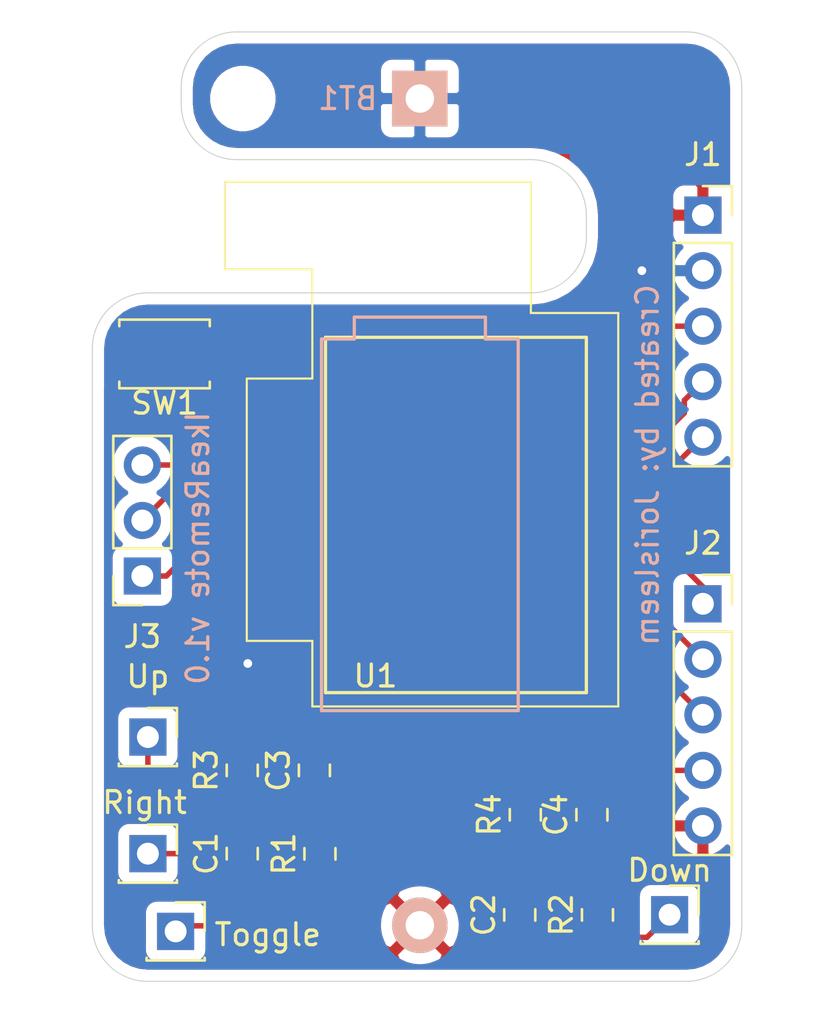
<source format=kicad_pcb>
(kicad_pcb (version 20171130) (host pcbnew "(5.1.5)-3")

  (general
    (thickness 1.6)
    (drawings 18)
    (tracks 94)
    (zones 0)
    (modules 18)
    (nets 21)
  )

  (page A4)
  (layers
    (0 F.Cu signal)
    (31 B.Cu signal)
    (32 B.Adhes user)
    (33 F.Adhes user)
    (34 B.Paste user)
    (35 F.Paste user)
    (36 B.SilkS user)
    (37 F.SilkS user)
    (38 B.Mask user)
    (39 F.Mask user)
    (40 Dwgs.User user)
    (41 Cmts.User user)
    (42 Eco1.User user)
    (43 Eco2.User user)
    (44 Edge.Cuts user)
    (45 Margin user)
    (46 B.CrtYd user)
    (47 F.CrtYd user)
    (48 B.Fab user)
    (49 F.Fab user)
  )

  (setup
    (last_trace_width 0.25)
    (trace_clearance 0.2)
    (zone_clearance 0.508)
    (zone_45_only no)
    (trace_min 0.2)
    (via_size 0.8)
    (via_drill 0.4)
    (via_min_size 0.4)
    (via_min_drill 0.3)
    (uvia_size 0.3)
    (uvia_drill 0.1)
    (uvias_allowed no)
    (uvia_min_size 0.2)
    (uvia_min_drill 0.1)
    (edge_width 0.05)
    (segment_width 0.2)
    (pcb_text_width 0.3)
    (pcb_text_size 1.5 1.5)
    (mod_edge_width 0.12)
    (mod_text_size 1 1)
    (mod_text_width 0.15)
    (pad_size 1.524 1.524)
    (pad_drill 0.762)
    (pad_to_mask_clearance 0.051)
    (solder_mask_min_width 0.25)
    (aux_axis_origin 0 0)
    (visible_elements 7FFFEFFF)
    (pcbplotparams
      (layerselection 0x010fc_ffffffff)
      (usegerberextensions true)
      (usegerberattributes false)
      (usegerberadvancedattributes false)
      (creategerberjobfile false)
      (excludeedgelayer true)
      (linewidth 0.100000)
      (plotframeref false)
      (viasonmask false)
      (mode 1)
      (useauxorigin true)
      (hpglpennumber 1)
      (hpglpenspeed 20)
      (hpglpendiameter 15.000000)
      (psnegative false)
      (psa4output false)
      (plotreference true)
      (plotvalue true)
      (plotinvisibletext false)
      (padsonsilk false)
      (subtractmaskfromsilk false)
      (outputformat 1)
      (mirror false)
      (drillshape 0)
      (scaleselection 1)
      (outputdirectory "GerberMerg/"))
  )

  (net 0 "")
  (net 1 "Net-(U1-Pad15)")
  (net 2 "Net-(U1-Pad14)")
  (net 3 GND)
  (net 4 +3V0)
  (net 5 PF0)
  (net 6 PF1)
  (net 7 Reset)
  (net 8 Left)
  (net 9 down)
  (net 10 Toggle)
  (net 11 Right)
  (net 12 Up)
  (net 13 Off)
  (net 14 LED)
  (net 15 PA0)
  (net 16 "Net-(U1-Pad7)")
  (net 17 "Net-(C1-Pad1)")
  (net 18 "Net-(C2-Pad1)")
  (net 19 "Net-(C3-Pad1)")
  (net 20 "Net-(C4-Pad1)")

  (net_class Default "This is the default net class."
    (clearance 0.2)
    (trace_width 0.25)
    (via_dia 0.8)
    (via_drill 0.4)
    (uvia_dia 0.3)
    (uvia_drill 0.1)
    (add_net +3V0)
    (add_net GND)
    (add_net LED)
    (add_net Left)
    (add_net "Net-(C1-Pad1)")
    (add_net "Net-(C2-Pad1)")
    (add_net "Net-(C3-Pad1)")
    (add_net "Net-(C4-Pad1)")
    (add_net "Net-(U1-Pad14)")
    (add_net "Net-(U1-Pad15)")
    (add_net "Net-(U1-Pad7)")
    (add_net Off)
    (add_net PA0)
    (add_net PF0)
    (add_net PF1)
    (add_net Reset)
    (add_net Right)
    (add_net Toggle)
    (add_net Up)
    (add_net down)
  )

  (module IKEA:CR123a (layer B.Cu) (tedit 55F2FFA5) (tstamp 5F9F4B96)
    (at 161.29 63.5 180)
    (descr "CR123 battery holder")
    (tags "Battery holder, CR123")
    (path /5F9F851B)
    (fp_text reference BT1 (at 3.302 0) (layer B.SilkS)
      (effects (font (size 1 1) (thickness 0.15)) (justify mirror))
    )
    (fp_text value Battery_Cell (at 0 -2.54) (layer B.Fab)
      (effects (font (size 1 1) (thickness 0.15)) (justify mirror))
    )
    (fp_line (start -9.25 2.75) (end -9.25 -40.25) (layer B.CrtYd) (width 0.15))
    (fp_line (start -9.25 -40.25) (end 9.25 -40.25) (layer B.CrtYd) (width 0.15))
    (fp_line (start 9.25 2.75) (end 9.25 -40.25) (layer B.CrtYd) (width 0.15))
    (fp_line (start -9.25 2.75) (end 9.25 2.75) (layer B.CrtYd) (width 0.15))
    (fp_line (start -4.5 -11) (end -4.5 -28) (layer B.SilkS) (width 0.15))
    (fp_line (start -3 -11) (end -4.5 -11) (layer B.SilkS) (width 0.15))
    (fp_line (start -3 -10) (end -3 -11) (layer B.SilkS) (width 0.15))
    (fp_line (start 3 -10) (end -3 -10) (layer B.SilkS) (width 0.15))
    (fp_line (start 3 -11) (end 3 -10) (layer B.SilkS) (width 0.15))
    (fp_line (start 4.5 -11) (end 3 -11) (layer B.SilkS) (width 0.15))
    (fp_line (start 4.5 -28) (end 4.5 -11) (layer B.SilkS) (width 0.15))
    (fp_line (start -4.5 -28) (end 4.5 -28) (layer B.SilkS) (width 0.15))
    (pad "" np_thru_hole circle (at 8.1 0 180) (size 1.98 1.98) (drill 1.98) (layers *.Cu Dwgs.User))
    (pad 2 thru_hole circle (at 0 -37.82 180) (size 2.54 2.54) (drill 1.3) (layers *.Cu *.Mask B.SilkS)
      (net 3 GND))
    (pad 1 thru_hole rect (at 0 0 180) (size 2.54 2.54) (drill 1.3) (layers *.Cu *.Mask B.SilkS)
      (net 4 +3V0))
    (model ${MYSLOCAL}/mysensors.3dshapes/mysensors_connectors.3dshapes/cr123_holder.wrl
      (offset (xyz 0 -18.94839971542358 7.111999893188477))
      (scale (xyz 1 1 1))
      (rotate (xyz 0 0 0))
    )
    (model Pin_Headers.3dshapes/Pin_Header_Straight_1x01.wrl
      (at (xyz 0 0 0))
      (scale (xyz 1 1 1))
      (rotate (xyz 0 0 0))
    )
    (model Pin_Headers.3dshapes/Pin_Header_Straight_1x01.wrl
      (offset (xyz 0 -37.84599943161011 0))
      (scale (xyz 1 1 1))
      (rotate (xyz 0 0 0))
    )
  )

  (module Connector_PinSocket_2.54mm:PinSocket_1x05_P2.54mm_Vertical (layer F.Cu) (tedit 5A19A420) (tstamp 5FA050E0)
    (at 174.244 86.614)
    (descr "Through hole straight socket strip, 1x05, 2.54mm pitch, single row (from Kicad 4.0.7), script generated")
    (tags "Through hole socket strip THT 1x05 2.54mm single row")
    (path /5FA09823)
    (fp_text reference J2 (at 0 -2.77) (layer F.SilkS)
      (effects (font (size 1 1) (thickness 0.15)))
    )
    (fp_text value Conn_01x05_Male (at -2.54 4.826 90) (layer F.Fab)
      (effects (font (size 1 1) (thickness 0.15)))
    )
    (fp_text user %R (at 0 5.08 90) (layer F.Fab)
      (effects (font (size 1 1) (thickness 0.15)))
    )
    (fp_line (start -1.8 11.9) (end -1.8 -1.8) (layer F.CrtYd) (width 0.05))
    (fp_line (start 1.75 11.9) (end -1.8 11.9) (layer F.CrtYd) (width 0.05))
    (fp_line (start 1.75 -1.8) (end 1.75 11.9) (layer F.CrtYd) (width 0.05))
    (fp_line (start -1.8 -1.8) (end 1.75 -1.8) (layer F.CrtYd) (width 0.05))
    (fp_line (start 0 -1.33) (end 1.33 -1.33) (layer F.SilkS) (width 0.12))
    (fp_line (start 1.33 -1.33) (end 1.33 0) (layer F.SilkS) (width 0.12))
    (fp_line (start 1.33 1.27) (end 1.33 11.49) (layer F.SilkS) (width 0.12))
    (fp_line (start -1.33 11.49) (end 1.33 11.49) (layer F.SilkS) (width 0.12))
    (fp_line (start -1.33 1.27) (end -1.33 11.49) (layer F.SilkS) (width 0.12))
    (fp_line (start -1.33 1.27) (end 1.33 1.27) (layer F.SilkS) (width 0.12))
    (fp_line (start -1.27 11.43) (end -1.27 -1.27) (layer F.Fab) (width 0.1))
    (fp_line (start 1.27 11.43) (end -1.27 11.43) (layer F.Fab) (width 0.1))
    (fp_line (start 1.27 -0.635) (end 1.27 11.43) (layer F.Fab) (width 0.1))
    (fp_line (start 0.635 -1.27) (end 1.27 -0.635) (layer F.Fab) (width 0.1))
    (fp_line (start -1.27 -1.27) (end 0.635 -1.27) (layer F.Fab) (width 0.1))
    (pad 5 thru_hole oval (at 0 10.16) (size 1.7 1.7) (drill 1) (layers *.Cu *.Mask)
      (net 3 GND))
    (pad 4 thru_hole oval (at 0 7.62) (size 1.7 1.7) (drill 1) (layers *.Cu *.Mask)
      (net 8 Left))
    (pad 3 thru_hole oval (at 0 5.08) (size 1.7 1.7) (drill 1) (layers *.Cu *.Mask)
      (net 9 down))
    (pad 2 thru_hole oval (at 0 2.54) (size 1.7 1.7) (drill 1) (layers *.Cu *.Mask)
      (net 10 Toggle))
    (pad 1 thru_hole rect (at 0 0) (size 1.7 1.7) (drill 1) (layers *.Cu *.Mask)
      (net 11 Right))
    (model ${KISYS3DMOD}/Connector_PinSocket_2.54mm.3dshapes/PinSocket_1x05_P2.54mm_Vertical.wrl
      (at (xyz 0 0 0))
      (scale (xyz 1 1 1))
      (rotate (xyz 0 0 0))
    )
  )

  (module Connector_PinSocket_2.54mm:PinSocket_1x03_P2.54mm_Vertical (layer F.Cu) (tedit 5A19A429) (tstamp 5F9FF46C)
    (at 148.59 85.344 180)
    (descr "Through hole straight socket strip, 1x03, 2.54mm pitch, single row (from Kicad 4.0.7), script generated")
    (tags "Through hole socket strip THT 1x03 2.54mm single row")
    (path /5FA0DE9A)
    (fp_text reference J3 (at 0 -2.77) (layer F.SilkS)
      (effects (font (size 1 1) (thickness 0.15)))
    )
    (fp_text value Conn_01x03_Male (at -2.54 1.778 90) (layer F.Fab)
      (effects (font (size 1 1) (thickness 0.15)))
    )
    (fp_text user %R (at 0 2.54 90) (layer F.Fab)
      (effects (font (size 1 1) (thickness 0.15)))
    )
    (fp_line (start -1.8 6.85) (end -1.8 -1.8) (layer F.CrtYd) (width 0.05))
    (fp_line (start 1.75 6.85) (end -1.8 6.85) (layer F.CrtYd) (width 0.05))
    (fp_line (start 1.75 -1.8) (end 1.75 6.85) (layer F.CrtYd) (width 0.05))
    (fp_line (start -1.8 -1.8) (end 1.75 -1.8) (layer F.CrtYd) (width 0.05))
    (fp_line (start 0 -1.33) (end 1.33 -1.33) (layer F.SilkS) (width 0.12))
    (fp_line (start 1.33 -1.33) (end 1.33 0) (layer F.SilkS) (width 0.12))
    (fp_line (start 1.33 1.27) (end 1.33 6.41) (layer F.SilkS) (width 0.12))
    (fp_line (start -1.33 6.41) (end 1.33 6.41) (layer F.SilkS) (width 0.12))
    (fp_line (start -1.33 1.27) (end -1.33 6.41) (layer F.SilkS) (width 0.12))
    (fp_line (start -1.33 1.27) (end 1.33 1.27) (layer F.SilkS) (width 0.12))
    (fp_line (start -1.27 6.35) (end -1.27 -1.27) (layer F.Fab) (width 0.1))
    (fp_line (start 1.27 6.35) (end -1.27 6.35) (layer F.Fab) (width 0.1))
    (fp_line (start 1.27 -0.635) (end 1.27 6.35) (layer F.Fab) (width 0.1))
    (fp_line (start 0.635 -1.27) (end 1.27 -0.635) (layer F.Fab) (width 0.1))
    (fp_line (start -1.27 -1.27) (end 0.635 -1.27) (layer F.Fab) (width 0.1))
    (pad 3 thru_hole oval (at 0 5.08 180) (size 1.7 1.7) (drill 1) (layers *.Cu *.Mask)
      (net 12 Up))
    (pad 2 thru_hole oval (at 0 2.54 180) (size 1.7 1.7) (drill 1) (layers *.Cu *.Mask)
      (net 13 Off))
    (pad 1 thru_hole rect (at 0 0 180) (size 1.7 1.7) (drill 1) (layers *.Cu *.Mask)
      (net 14 LED))
    (model ${KISYS3DMOD}/Connector_PinSocket_2.54mm.3dshapes/PinSocket_1x03_P2.54mm_Vertical.wrl
      (at (xyz 0 0 0))
      (scale (xyz 1 1 1))
      (rotate (xyz 0 0 0))
    )
  )

  (module Resistor_SMD:R_0805_2012Metric_Pad1.15x1.40mm_HandSolder (layer F.Cu) (tedit 5B36C52B) (tstamp 5FA034F8)
    (at 156.718 98.053 90)
    (descr "Resistor SMD 0805 (2012 Metric), square (rectangular) end terminal, IPC_7351 nominal with elongated pad for handsoldering. (Body size source: https://docs.google.com/spreadsheets/d/1BsfQQcO9C6DZCsRaXUlFlo91Tg2WpOkGARC1WS5S8t0/edit?usp=sharing), generated with kicad-footprint-generator")
    (tags "resistor handsolder")
    (path /5FA16BE1)
    (attr smd)
    (fp_text reference R1 (at 0 -1.65 90) (layer F.SilkS)
      (effects (font (size 1 1) (thickness 0.15)))
    )
    (fp_text value 487 (at 0 1.65 90) (layer F.Fab)
      (effects (font (size 1 1) (thickness 0.15)))
    )
    (fp_text user %R (at 0 0 90) (layer F.Fab)
      (effects (font (size 0.5 0.5) (thickness 0.08)))
    )
    (fp_line (start 1.85 0.95) (end -1.85 0.95) (layer F.CrtYd) (width 0.05))
    (fp_line (start 1.85 -0.95) (end 1.85 0.95) (layer F.CrtYd) (width 0.05))
    (fp_line (start -1.85 -0.95) (end 1.85 -0.95) (layer F.CrtYd) (width 0.05))
    (fp_line (start -1.85 0.95) (end -1.85 -0.95) (layer F.CrtYd) (width 0.05))
    (fp_line (start -0.261252 0.71) (end 0.261252 0.71) (layer F.SilkS) (width 0.12))
    (fp_line (start -0.261252 -0.71) (end 0.261252 -0.71) (layer F.SilkS) (width 0.12))
    (fp_line (start 1 0.6) (end -1 0.6) (layer F.Fab) (width 0.1))
    (fp_line (start 1 -0.6) (end 1 0.6) (layer F.Fab) (width 0.1))
    (fp_line (start -1 -0.6) (end 1 -0.6) (layer F.Fab) (width 0.1))
    (fp_line (start -1 0.6) (end -1 -0.6) (layer F.Fab) (width 0.1))
    (pad 2 smd roundrect (at 1.025 0 90) (size 1.15 1.4) (layers F.Cu F.Paste F.Mask) (roundrect_rratio 0.217391)
      (net 11 Right))
    (pad 1 smd roundrect (at -1.025 0 90) (size 1.15 1.4) (layers F.Cu F.Paste F.Mask) (roundrect_rratio 0.217391)
      (net 17 "Net-(C1-Pad1)"))
    (model ${KISYS3DMOD}/Resistor_SMD.3dshapes/R_0805_2012Metric.wrl
      (at (xyz 0 0 0))
      (scale (xyz 1 1 1))
      (rotate (xyz 0 0 0))
    )
  )

  (module Connector_PinSocket_2.54mm:PinSocket_1x01_P2.54mm_Vertical (layer F.Cu) (tedit 5A19A434) (tstamp 5FA04BA4)
    (at 148.844 92.71)
    (descr "Through hole straight socket strip, 1x01, 2.54mm pitch, single row (from Kicad 4.0.7), script generated")
    (tags "Through hole socket strip THT 1x01 2.54mm single row")
    (path /5FA40D99)
    (fp_text reference Up (at 0 -2.77) (layer F.SilkS)
      (effects (font (size 1 1) (thickness 0.15)))
    )
    (fp_text value Conn_01x01_Male (at 0 2.77) (layer F.Fab)
      (effects (font (size 1 1) (thickness 0.15)))
    )
    (fp_text user %R (at 0 0) (layer F.Fab)
      (effects (font (size 1 1) (thickness 0.15)))
    )
    (fp_line (start -1.8 1.75) (end -1.8 -1.8) (layer F.CrtYd) (width 0.05))
    (fp_line (start 1.75 1.75) (end -1.8 1.75) (layer F.CrtYd) (width 0.05))
    (fp_line (start 1.75 -1.8) (end 1.75 1.75) (layer F.CrtYd) (width 0.05))
    (fp_line (start -1.8 -1.8) (end 1.75 -1.8) (layer F.CrtYd) (width 0.05))
    (fp_line (start 0 -1.33) (end 1.33 -1.33) (layer F.SilkS) (width 0.12))
    (fp_line (start 1.33 -1.33) (end 1.33 0) (layer F.SilkS) (width 0.12))
    (fp_line (start 1.33 1.21) (end 1.33 1.33) (layer F.SilkS) (width 0.12))
    (fp_line (start -1.33 1.21) (end -1.33 1.33) (layer F.SilkS) (width 0.12))
    (fp_line (start -1.33 1.33) (end 1.33 1.33) (layer F.SilkS) (width 0.12))
    (fp_line (start -1.27 1.27) (end -1.27 -1.27) (layer F.Fab) (width 0.1))
    (fp_line (start 1.27 1.27) (end -1.27 1.27) (layer F.Fab) (width 0.1))
    (fp_line (start 1.27 -0.635) (end 1.27 1.27) (layer F.Fab) (width 0.1))
    (fp_line (start 0.635 -1.27) (end 1.27 -0.635) (layer F.Fab) (width 0.1))
    (fp_line (start -1.27 -1.27) (end 0.635 -1.27) (layer F.Fab) (width 0.1))
    (pad 1 thru_hole rect (at 0 0) (size 1.7 1.7) (drill 1) (layers *.Cu *.Mask)
      (net 19 "Net-(C3-Pad1)"))
    (model ${KISYS3DMOD}/Connector_PinSocket_2.54mm.3dshapes/PinSocket_1x01_P2.54mm_Vertical.wrl
      (at (xyz 0 0 0))
      (scale (xyz 1 1 1))
      (rotate (xyz 0 0 0))
    )
  )

  (module Connector_PinSocket_2.54mm:PinSocket_1x01_P2.54mm_Vertical (layer F.Cu) (tedit 5A19A434) (tstamp 5FA04B4A)
    (at 150.114 101.6)
    (descr "Through hole straight socket strip, 1x01, 2.54mm pitch, single row (from Kicad 4.0.7), script generated")
    (tags "Through hole socket strip THT 1x01 2.54mm single row")
    (path /5FA4051B)
    (fp_text reference Toggle (at 4.2164 0.1524) (layer F.SilkS)
      (effects (font (size 1 1) (thickness 0.15)))
    )
    (fp_text value Conn_01x01_Male (at 0 2.77) (layer F.Fab)
      (effects (font (size 1 1) (thickness 0.15)))
    )
    (fp_text user %R (at 0 0) (layer F.Fab)
      (effects (font (size 1 1) (thickness 0.15)))
    )
    (fp_line (start -1.8 1.75) (end -1.8 -1.8) (layer F.CrtYd) (width 0.05))
    (fp_line (start 1.75 1.75) (end -1.8 1.75) (layer F.CrtYd) (width 0.05))
    (fp_line (start 1.75 -1.8) (end 1.75 1.75) (layer F.CrtYd) (width 0.05))
    (fp_line (start -1.8 -1.8) (end 1.75 -1.8) (layer F.CrtYd) (width 0.05))
    (fp_line (start 0 -1.33) (end 1.33 -1.33) (layer F.SilkS) (width 0.12))
    (fp_line (start 1.33 -1.33) (end 1.33 0) (layer F.SilkS) (width 0.12))
    (fp_line (start 1.33 1.21) (end 1.33 1.33) (layer F.SilkS) (width 0.12))
    (fp_line (start -1.33 1.21) (end -1.33 1.33) (layer F.SilkS) (width 0.12))
    (fp_line (start -1.33 1.33) (end 1.33 1.33) (layer F.SilkS) (width 0.12))
    (fp_line (start -1.27 1.27) (end -1.27 -1.27) (layer F.Fab) (width 0.1))
    (fp_line (start 1.27 1.27) (end -1.27 1.27) (layer F.Fab) (width 0.1))
    (fp_line (start 1.27 -0.635) (end 1.27 1.27) (layer F.Fab) (width 0.1))
    (fp_line (start 0.635 -1.27) (end 1.27 -0.635) (layer F.Fab) (width 0.1))
    (fp_line (start -1.27 -1.27) (end 0.635 -1.27) (layer F.Fab) (width 0.1))
    (pad 1 thru_hole rect (at 0 0) (size 1.7 1.7) (drill 1) (layers *.Cu *.Mask)
      (net 20 "Net-(C4-Pad1)"))
    (model ${KISYS3DMOD}/Connector_PinSocket_2.54mm.3dshapes/PinSocket_1x01_P2.54mm_Vertical.wrl
      (at (xyz 0 0 0))
      (scale (xyz 1 1 1))
      (rotate (xyz 0 0 0))
    )
  )

  (module Connector_PinSocket_2.54mm:PinSocket_1x01_P2.54mm_Vertical (layer F.Cu) (tedit 5A19A434) (tstamp 5FA04B0C)
    (at 148.844 98.044)
    (descr "Through hole straight socket strip, 1x01, 2.54mm pitch, single row (from Kicad 4.0.7), script generated")
    (tags "Through hole socket strip THT 1x01 2.54mm single row")
    (path /5FA3FC6B)
    (fp_text reference Right (at -0.1524 -2.3368) (layer F.SilkS)
      (effects (font (size 1 1) (thickness 0.15)))
    )
    (fp_text value Conn_01x01_Male (at 0 2.77) (layer F.Fab)
      (effects (font (size 1 1) (thickness 0.15)))
    )
    (fp_text user %R (at 0 0) (layer F.Fab)
      (effects (font (size 1 1) (thickness 0.15)))
    )
    (fp_line (start -1.8 1.75) (end -1.8 -1.8) (layer F.CrtYd) (width 0.05))
    (fp_line (start 1.75 1.75) (end -1.8 1.75) (layer F.CrtYd) (width 0.05))
    (fp_line (start 1.75 -1.8) (end 1.75 1.75) (layer F.CrtYd) (width 0.05))
    (fp_line (start -1.8 -1.8) (end 1.75 -1.8) (layer F.CrtYd) (width 0.05))
    (fp_line (start 0 -1.33) (end 1.33 -1.33) (layer F.SilkS) (width 0.12))
    (fp_line (start 1.33 -1.33) (end 1.33 0) (layer F.SilkS) (width 0.12))
    (fp_line (start 1.33 1.21) (end 1.33 1.33) (layer F.SilkS) (width 0.12))
    (fp_line (start -1.33 1.21) (end -1.33 1.33) (layer F.SilkS) (width 0.12))
    (fp_line (start -1.33 1.33) (end 1.33 1.33) (layer F.SilkS) (width 0.12))
    (fp_line (start -1.27 1.27) (end -1.27 -1.27) (layer F.Fab) (width 0.1))
    (fp_line (start 1.27 1.27) (end -1.27 1.27) (layer F.Fab) (width 0.1))
    (fp_line (start 1.27 -0.635) (end 1.27 1.27) (layer F.Fab) (width 0.1))
    (fp_line (start 0.635 -1.27) (end 1.27 -0.635) (layer F.Fab) (width 0.1))
    (fp_line (start -1.27 -1.27) (end 0.635 -1.27) (layer F.Fab) (width 0.1))
    (pad 1 thru_hole rect (at 0 0) (size 1.7 1.7) (drill 1) (layers *.Cu *.Mask)
      (net 17 "Net-(C1-Pad1)"))
    (model ${KISYS3DMOD}/Connector_PinSocket_2.54mm.3dshapes/PinSocket_1x01_P2.54mm_Vertical.wrl
      (at (xyz 0 0 0))
      (scale (xyz 1 1 1))
      (rotate (xyz 0 0 0))
    )
  )

  (module Connector_PinSocket_2.54mm:PinSocket_1x01_P2.54mm_Vertical (layer F.Cu) (tedit 5A19A434) (tstamp 5FA049EC)
    (at 172.72 100.838)
    (descr "Through hole straight socket strip, 1x01, 2.54mm pitch, single row (from Kicad 4.0.7), script generated")
    (tags "Through hole socket strip THT 1x01 2.54mm single row")
    (path /5FA3EE84)
    (fp_text reference Down (at 0 -2.032) (layer F.SilkS)
      (effects (font (size 1 1) (thickness 0.15)))
    )
    (fp_text value Conn_01x01_Male (at 0 2.77) (layer F.Fab)
      (effects (font (size 1 1) (thickness 0.15)))
    )
    (fp_text user %R (at 0 0) (layer F.Fab)
      (effects (font (size 1 1) (thickness 0.15)))
    )
    (fp_line (start -1.8 1.75) (end -1.8 -1.8) (layer F.CrtYd) (width 0.05))
    (fp_line (start 1.75 1.75) (end -1.8 1.75) (layer F.CrtYd) (width 0.05))
    (fp_line (start 1.75 -1.8) (end 1.75 1.75) (layer F.CrtYd) (width 0.05))
    (fp_line (start -1.8 -1.8) (end 1.75 -1.8) (layer F.CrtYd) (width 0.05))
    (fp_line (start 0 -1.33) (end 1.33 -1.33) (layer F.SilkS) (width 0.12))
    (fp_line (start 1.33 -1.33) (end 1.33 0) (layer F.SilkS) (width 0.12))
    (fp_line (start 1.33 1.21) (end 1.33 1.33) (layer F.SilkS) (width 0.12))
    (fp_line (start -1.33 1.21) (end -1.33 1.33) (layer F.SilkS) (width 0.12))
    (fp_line (start -1.33 1.33) (end 1.33 1.33) (layer F.SilkS) (width 0.12))
    (fp_line (start -1.27 1.27) (end -1.27 -1.27) (layer F.Fab) (width 0.1))
    (fp_line (start 1.27 1.27) (end -1.27 1.27) (layer F.Fab) (width 0.1))
    (fp_line (start 1.27 -0.635) (end 1.27 1.27) (layer F.Fab) (width 0.1))
    (fp_line (start 0.635 -1.27) (end 1.27 -0.635) (layer F.Fab) (width 0.1))
    (fp_line (start -1.27 -1.27) (end 0.635 -1.27) (layer F.Fab) (width 0.1))
    (pad 1 thru_hole rect (at 0 0) (size 1.7 1.7) (drill 1) (layers *.Cu *.Mask)
      (net 18 "Net-(C2-Pad1)"))
    (model ${KISYS3DMOD}/Connector_PinSocket_2.54mm.3dshapes/PinSocket_1x01_P2.54mm_Vertical.wrl
      (at (xyz 0 0 0))
      (scale (xyz 1 1 1))
      (rotate (xyz 0 0 0))
    )
  )

  (module Resistor_SMD:R_0805_2012Metric_Pad1.15x1.40mm_HandSolder (layer F.Cu) (tedit 5B36C52B) (tstamp 5FA0352B)
    (at 166.116 96.266 90)
    (descr "Resistor SMD 0805 (2012 Metric), square (rectangular) end terminal, IPC_7351 nominal with elongated pad for handsoldering. (Body size source: https://docs.google.com/spreadsheets/d/1BsfQQcO9C6DZCsRaXUlFlo91Tg2WpOkGARC1WS5S8t0/edit?usp=sharing), generated with kicad-footprint-generator")
    (tags "resistor handsolder")
    (path /5FA10473)
    (attr smd)
    (fp_text reference R4 (at 0 -1.65 90) (layer F.SilkS)
      (effects (font (size 1 1) (thickness 0.15)))
    )
    (fp_text value 487 (at 0 1.65 90) (layer F.Fab)
      (effects (font (size 1 1) (thickness 0.15)))
    )
    (fp_line (start -1 0.6) (end -1 -0.6) (layer F.Fab) (width 0.1))
    (fp_line (start -1 -0.6) (end 1 -0.6) (layer F.Fab) (width 0.1))
    (fp_line (start 1 -0.6) (end 1 0.6) (layer F.Fab) (width 0.1))
    (fp_line (start 1 0.6) (end -1 0.6) (layer F.Fab) (width 0.1))
    (fp_line (start -0.261252 -0.71) (end 0.261252 -0.71) (layer F.SilkS) (width 0.12))
    (fp_line (start -0.261252 0.71) (end 0.261252 0.71) (layer F.SilkS) (width 0.12))
    (fp_line (start -1.85 0.95) (end -1.85 -0.95) (layer F.CrtYd) (width 0.05))
    (fp_line (start -1.85 -0.95) (end 1.85 -0.95) (layer F.CrtYd) (width 0.05))
    (fp_line (start 1.85 -0.95) (end 1.85 0.95) (layer F.CrtYd) (width 0.05))
    (fp_line (start 1.85 0.95) (end -1.85 0.95) (layer F.CrtYd) (width 0.05))
    (fp_text user %R (at 0 0 90) (layer F.Fab)
      (effects (font (size 0.5 0.5) (thickness 0.08)))
    )
    (pad 1 smd roundrect (at -1.025 0 90) (size 1.15 1.4) (layers F.Cu F.Paste F.Mask) (roundrect_rratio 0.217391)
      (net 20 "Net-(C4-Pad1)"))
    (pad 2 smd roundrect (at 1.025 0 90) (size 1.15 1.4) (layers F.Cu F.Paste F.Mask) (roundrect_rratio 0.217391)
      (net 10 Toggle))
    (model ${KISYS3DMOD}/Resistor_SMD.3dshapes/R_0805_2012Metric.wrl
      (at (xyz 0 0 0))
      (scale (xyz 1 1 1))
      (rotate (xyz 0 0 0))
    )
  )

  (module Resistor_SMD:R_0805_2012Metric_Pad1.15x1.40mm_HandSolder (layer F.Cu) (tedit 5B36C52B) (tstamp 5FA0351A)
    (at 153.162 94.234 90)
    (descr "Resistor SMD 0805 (2012 Metric), square (rectangular) end terminal, IPC_7351 nominal with elongated pad for handsoldering. (Body size source: https://docs.google.com/spreadsheets/d/1BsfQQcO9C6DZCsRaXUlFlo91Tg2WpOkGARC1WS5S8t0/edit?usp=sharing), generated with kicad-footprint-generator")
    (tags "resistor handsolder")
    (path /5FA18926)
    (attr smd)
    (fp_text reference R3 (at 0 -1.65 90) (layer F.SilkS)
      (effects (font (size 1 1) (thickness 0.15)))
    )
    (fp_text value 487 (at 0 1.65 90) (layer F.Fab)
      (effects (font (size 1 1) (thickness 0.15)))
    )
    (fp_text user %R (at 0 0 90) (layer F.Fab)
      (effects (font (size 0.5 0.5) (thickness 0.08)))
    )
    (fp_line (start 1.85 0.95) (end -1.85 0.95) (layer F.CrtYd) (width 0.05))
    (fp_line (start 1.85 -0.95) (end 1.85 0.95) (layer F.CrtYd) (width 0.05))
    (fp_line (start -1.85 -0.95) (end 1.85 -0.95) (layer F.CrtYd) (width 0.05))
    (fp_line (start -1.85 0.95) (end -1.85 -0.95) (layer F.CrtYd) (width 0.05))
    (fp_line (start -0.261252 0.71) (end 0.261252 0.71) (layer F.SilkS) (width 0.12))
    (fp_line (start -0.261252 -0.71) (end 0.261252 -0.71) (layer F.SilkS) (width 0.12))
    (fp_line (start 1 0.6) (end -1 0.6) (layer F.Fab) (width 0.1))
    (fp_line (start 1 -0.6) (end 1 0.6) (layer F.Fab) (width 0.1))
    (fp_line (start -1 -0.6) (end 1 -0.6) (layer F.Fab) (width 0.1))
    (fp_line (start -1 0.6) (end -1 -0.6) (layer F.Fab) (width 0.1))
    (pad 2 smd roundrect (at 1.025 0 90) (size 1.15 1.4) (layers F.Cu F.Paste F.Mask) (roundrect_rratio 0.217391)
      (net 12 Up))
    (pad 1 smd roundrect (at -1.025 0 90) (size 1.15 1.4) (layers F.Cu F.Paste F.Mask) (roundrect_rratio 0.217391)
      (net 19 "Net-(C3-Pad1)"))
    (model ${KISYS3DMOD}/Resistor_SMD.3dshapes/R_0805_2012Metric.wrl
      (at (xyz 0 0 0))
      (scale (xyz 1 1 1))
      (rotate (xyz 0 0 0))
    )
  )

  (module Resistor_SMD:R_0805_2012Metric_Pad1.15x1.40mm_HandSolder (layer F.Cu) (tedit 5B36C52B) (tstamp 5FA03509)
    (at 169.418 100.847 90)
    (descr "Resistor SMD 0805 (2012 Metric), square (rectangular) end terminal, IPC_7351 nominal with elongated pad for handsoldering. (Body size source: https://docs.google.com/spreadsheets/d/1BsfQQcO9C6DZCsRaXUlFlo91Tg2WpOkGARC1WS5S8t0/edit?usp=sharing), generated with kicad-footprint-generator")
    (tags "resistor handsolder")
    (path /5FA17A72)
    (attr smd)
    (fp_text reference R2 (at 0 -1.65 90) (layer F.SilkS)
      (effects (font (size 1 1) (thickness 0.15)))
    )
    (fp_text value 487 (at 0 1.65 90) (layer F.Fab)
      (effects (font (size 1 1) (thickness 0.15)))
    )
    (fp_text user %R (at 0 0 90) (layer F.Fab)
      (effects (font (size 0.5 0.5) (thickness 0.08)))
    )
    (fp_line (start 1.85 0.95) (end -1.85 0.95) (layer F.CrtYd) (width 0.05))
    (fp_line (start 1.85 -0.95) (end 1.85 0.95) (layer F.CrtYd) (width 0.05))
    (fp_line (start -1.85 -0.95) (end 1.85 -0.95) (layer F.CrtYd) (width 0.05))
    (fp_line (start -1.85 0.95) (end -1.85 -0.95) (layer F.CrtYd) (width 0.05))
    (fp_line (start -0.261252 0.71) (end 0.261252 0.71) (layer F.SilkS) (width 0.12))
    (fp_line (start -0.261252 -0.71) (end 0.261252 -0.71) (layer F.SilkS) (width 0.12))
    (fp_line (start 1 0.6) (end -1 0.6) (layer F.Fab) (width 0.1))
    (fp_line (start 1 -0.6) (end 1 0.6) (layer F.Fab) (width 0.1))
    (fp_line (start -1 -0.6) (end 1 -0.6) (layer F.Fab) (width 0.1))
    (fp_line (start -1 0.6) (end -1 -0.6) (layer F.Fab) (width 0.1))
    (pad 2 smd roundrect (at 1.025 0 90) (size 1.15 1.4) (layers F.Cu F.Paste F.Mask) (roundrect_rratio 0.217391)
      (net 9 down))
    (pad 1 smd roundrect (at -1.025 0 90) (size 1.15 1.4) (layers F.Cu F.Paste F.Mask) (roundrect_rratio 0.217391)
      (net 18 "Net-(C2-Pad1)"))
    (model ${KISYS3DMOD}/Resistor_SMD.3dshapes/R_0805_2012Metric.wrl
      (at (xyz 0 0 0))
      (scale (xyz 1 1 1))
      (rotate (xyz 0 0 0))
    )
  )

  (module Capacitor_SMD:C_0805_2012Metric_Pad1.15x1.40mm_HandSolder (layer F.Cu) (tedit 5B36C52B) (tstamp 5FA03443)
    (at 169.164 96.266 90)
    (descr "Capacitor SMD 0805 (2012 Metric), square (rectangular) end terminal, IPC_7351 nominal with elongated pad for handsoldering. (Body size source: https://docs.google.com/spreadsheets/d/1BsfQQcO9C6DZCsRaXUlFlo91Tg2WpOkGARC1WS5S8t0/edit?usp=sharing), generated with kicad-footprint-generator")
    (tags "capacitor handsolder")
    (path /5FA0FA06)
    (attr smd)
    (fp_text reference C4 (at 0 -1.65 270) (layer F.SilkS)
      (effects (font (size 1 1) (thickness 0.15)))
    )
    (fp_text value 10nf (at 0 1.65 90) (layer F.Fab)
      (effects (font (size 1 1) (thickness 0.15)))
    )
    (fp_line (start -1 0.6) (end -1 -0.6) (layer F.Fab) (width 0.1))
    (fp_line (start -1 -0.6) (end 1 -0.6) (layer F.Fab) (width 0.1))
    (fp_line (start 1 -0.6) (end 1 0.6) (layer F.Fab) (width 0.1))
    (fp_line (start 1 0.6) (end -1 0.6) (layer F.Fab) (width 0.1))
    (fp_line (start -0.261252 -0.71) (end 0.261252 -0.71) (layer F.SilkS) (width 0.12))
    (fp_line (start -0.261252 0.71) (end 0.261252 0.71) (layer F.SilkS) (width 0.12))
    (fp_line (start -1.85 0.95) (end -1.85 -0.95) (layer F.CrtYd) (width 0.05))
    (fp_line (start -1.85 -0.95) (end 1.85 -0.95) (layer F.CrtYd) (width 0.05))
    (fp_line (start 1.85 -0.95) (end 1.85 0.95) (layer F.CrtYd) (width 0.05))
    (fp_line (start 1.85 0.95) (end -1.85 0.95) (layer F.CrtYd) (width 0.05))
    (fp_text user %R (at 0 0 90) (layer F.Fab)
      (effects (font (size 0.5 0.5) (thickness 0.08)))
    )
    (pad 1 smd roundrect (at -1.025 0 90) (size 1.15 1.4) (layers F.Cu F.Paste F.Mask) (roundrect_rratio 0.217391)
      (net 20 "Net-(C4-Pad1)"))
    (pad 2 smd roundrect (at 1.025 0 90) (size 1.15 1.4) (layers F.Cu F.Paste F.Mask) (roundrect_rratio 0.217391)
      (net 10 Toggle))
    (model ${KISYS3DMOD}/Capacitor_SMD.3dshapes/C_0805_2012Metric.wrl
      (at (xyz 0 0 0))
      (scale (xyz 1 1 1))
      (rotate (xyz 0 0 0))
    )
  )

  (module Capacitor_SMD:C_0805_2012Metric_Pad1.15x1.40mm_HandSolder (layer F.Cu) (tedit 5B36C52B) (tstamp 5FA03432)
    (at 156.464 94.234 90)
    (descr "Capacitor SMD 0805 (2012 Metric), square (rectangular) end terminal, IPC_7351 nominal with elongated pad for handsoldering. (Body size source: https://docs.google.com/spreadsheets/d/1BsfQQcO9C6DZCsRaXUlFlo91Tg2WpOkGARC1WS5S8t0/edit?usp=sharing), generated with kicad-footprint-generator")
    (tags "capacitor handsolder")
    (path /5FA18920)
    (attr smd)
    (fp_text reference C3 (at 0 -1.65 90) (layer F.SilkS)
      (effects (font (size 1 1) (thickness 0.15)))
    )
    (fp_text value 10nf (at 0 1.65 90) (layer F.Fab)
      (effects (font (size 1 1) (thickness 0.15)))
    )
    (fp_text user %R (at 0 0 90) (layer F.Fab)
      (effects (font (size 0.5 0.5) (thickness 0.08)))
    )
    (fp_line (start 1.85 0.95) (end -1.85 0.95) (layer F.CrtYd) (width 0.05))
    (fp_line (start 1.85 -0.95) (end 1.85 0.95) (layer F.CrtYd) (width 0.05))
    (fp_line (start -1.85 -0.95) (end 1.85 -0.95) (layer F.CrtYd) (width 0.05))
    (fp_line (start -1.85 0.95) (end -1.85 -0.95) (layer F.CrtYd) (width 0.05))
    (fp_line (start -0.261252 0.71) (end 0.261252 0.71) (layer F.SilkS) (width 0.12))
    (fp_line (start -0.261252 -0.71) (end 0.261252 -0.71) (layer F.SilkS) (width 0.12))
    (fp_line (start 1 0.6) (end -1 0.6) (layer F.Fab) (width 0.1))
    (fp_line (start 1 -0.6) (end 1 0.6) (layer F.Fab) (width 0.1))
    (fp_line (start -1 -0.6) (end 1 -0.6) (layer F.Fab) (width 0.1))
    (fp_line (start -1 0.6) (end -1 -0.6) (layer F.Fab) (width 0.1))
    (pad 2 smd roundrect (at 1.025 0 90) (size 1.15 1.4) (layers F.Cu F.Paste F.Mask) (roundrect_rratio 0.217391)
      (net 12 Up))
    (pad 1 smd roundrect (at -1.025 0 90) (size 1.15 1.4) (layers F.Cu F.Paste F.Mask) (roundrect_rratio 0.217391)
      (net 19 "Net-(C3-Pad1)"))
    (model ${KISYS3DMOD}/Capacitor_SMD.3dshapes/C_0805_2012Metric.wrl
      (at (xyz 0 0 0))
      (scale (xyz 1 1 1))
      (rotate (xyz 0 0 0))
    )
  )

  (module Capacitor_SMD:C_0805_2012Metric_Pad1.15x1.40mm_HandSolder (layer F.Cu) (tedit 5B36C52B) (tstamp 5FA03421)
    (at 165.862 100.847 90)
    (descr "Capacitor SMD 0805 (2012 Metric), square (rectangular) end terminal, IPC_7351 nominal with elongated pad for handsoldering. (Body size source: https://docs.google.com/spreadsheets/d/1BsfQQcO9C6DZCsRaXUlFlo91Tg2WpOkGARC1WS5S8t0/edit?usp=sharing), generated with kicad-footprint-generator")
    (tags "capacitor handsolder")
    (path /5FA17A6C)
    (attr smd)
    (fp_text reference C2 (at 0 -1.65 90) (layer F.SilkS)
      (effects (font (size 1 1) (thickness 0.15)))
    )
    (fp_text value 10nf (at 0 1.65 90) (layer F.Fab)
      (effects (font (size 1 1) (thickness 0.15)))
    )
    (fp_text user %R (at 0 0 90) (layer F.Fab)
      (effects (font (size 0.5 0.5) (thickness 0.08)))
    )
    (fp_line (start 1.85 0.95) (end -1.85 0.95) (layer F.CrtYd) (width 0.05))
    (fp_line (start 1.85 -0.95) (end 1.85 0.95) (layer F.CrtYd) (width 0.05))
    (fp_line (start -1.85 -0.95) (end 1.85 -0.95) (layer F.CrtYd) (width 0.05))
    (fp_line (start -1.85 0.95) (end -1.85 -0.95) (layer F.CrtYd) (width 0.05))
    (fp_line (start -0.261252 0.71) (end 0.261252 0.71) (layer F.SilkS) (width 0.12))
    (fp_line (start -0.261252 -0.71) (end 0.261252 -0.71) (layer F.SilkS) (width 0.12))
    (fp_line (start 1 0.6) (end -1 0.6) (layer F.Fab) (width 0.1))
    (fp_line (start 1 -0.6) (end 1 0.6) (layer F.Fab) (width 0.1))
    (fp_line (start -1 -0.6) (end 1 -0.6) (layer F.Fab) (width 0.1))
    (fp_line (start -1 0.6) (end -1 -0.6) (layer F.Fab) (width 0.1))
    (pad 2 smd roundrect (at 1.025 0 90) (size 1.15 1.4) (layers F.Cu F.Paste F.Mask) (roundrect_rratio 0.217391)
      (net 9 down))
    (pad 1 smd roundrect (at -1.025 0 90) (size 1.15 1.4) (layers F.Cu F.Paste F.Mask) (roundrect_rratio 0.217391)
      (net 18 "Net-(C2-Pad1)"))
    (model ${KISYS3DMOD}/Capacitor_SMD.3dshapes/C_0805_2012Metric.wrl
      (at (xyz 0 0 0))
      (scale (xyz 1 1 1))
      (rotate (xyz 0 0 0))
    )
  )

  (module Capacitor_SMD:C_0805_2012Metric_Pad1.15x1.40mm_HandSolder (layer F.Cu) (tedit 5B36C52B) (tstamp 5FA03410)
    (at 153.162 98.044 90)
    (descr "Capacitor SMD 0805 (2012 Metric), square (rectangular) end terminal, IPC_7351 nominal with elongated pad for handsoldering. (Body size source: https://docs.google.com/spreadsheets/d/1BsfQQcO9C6DZCsRaXUlFlo91Tg2WpOkGARC1WS5S8t0/edit?usp=sharing), generated with kicad-footprint-generator")
    (tags "capacitor handsolder")
    (path /5FA16BDB)
    (attr smd)
    (fp_text reference C1 (at 0 -1.65 90) (layer F.SilkS)
      (effects (font (size 1 1) (thickness 0.15)))
    )
    (fp_text value 10nf (at 0 1.65 90) (layer F.Fab)
      (effects (font (size 1 1) (thickness 0.15)))
    )
    (fp_text user %R (at 0 0 90) (layer F.Fab)
      (effects (font (size 0.5 0.5) (thickness 0.08)))
    )
    (fp_line (start 1.85 0.95) (end -1.85 0.95) (layer F.CrtYd) (width 0.05))
    (fp_line (start 1.85 -0.95) (end 1.85 0.95) (layer F.CrtYd) (width 0.05))
    (fp_line (start -1.85 -0.95) (end 1.85 -0.95) (layer F.CrtYd) (width 0.05))
    (fp_line (start -1.85 0.95) (end -1.85 -0.95) (layer F.CrtYd) (width 0.05))
    (fp_line (start -0.261252 0.71) (end 0.261252 0.71) (layer F.SilkS) (width 0.12))
    (fp_line (start -0.261252 -0.71) (end 0.261252 -0.71) (layer F.SilkS) (width 0.12))
    (fp_line (start 1 0.6) (end -1 0.6) (layer F.Fab) (width 0.1))
    (fp_line (start 1 -0.6) (end 1 0.6) (layer F.Fab) (width 0.1))
    (fp_line (start -1 -0.6) (end 1 -0.6) (layer F.Fab) (width 0.1))
    (fp_line (start -1 0.6) (end -1 -0.6) (layer F.Fab) (width 0.1))
    (pad 2 smd roundrect (at 1.025 0 90) (size 1.15 1.4) (layers F.Cu F.Paste F.Mask) (roundrect_rratio 0.217391)
      (net 11 Right))
    (pad 1 smd roundrect (at -1.025 0 90) (size 1.15 1.4) (layers F.Cu F.Paste F.Mask) (roundrect_rratio 0.217391)
      (net 17 "Net-(C1-Pad1)"))
    (model ${KISYS3DMOD}/Capacitor_SMD.3dshapes/C_0805_2012Metric.wrl
      (at (xyz 0 0 0))
      (scale (xyz 1 1 1))
      (rotate (xyz 0 0 0))
    )
  )

  (module Button_Switch_SMD:SW_Push_SPST_NO_Alps_SKRK (layer F.Cu) (tedit 5C2A8900) (tstamp 5FA02DD1)
    (at 149.606 75.184 180)
    (descr http://www.alps.com/prod/info/E/HTML/Tact/SurfaceMount/SKRK/SKRKAHE020.html)
    (tags "SMD SMT button")
    (path /5FA01F52)
    (attr smd)
    (fp_text reference SW1 (at 0 -2.25) (layer F.SilkS)
      (effects (font (size 1 1) (thickness 0.15)))
    )
    (fp_text value SW_Push (at 0 -2.794 180) (layer F.Fab)
      (effects (font (size 1 1) (thickness 0.15)))
    )
    (fp_line (start 2.07 -1.57) (end 2.07 -1.27) (layer F.SilkS) (width 0.12))
    (fp_line (start -2.07 1.57) (end -2.07 1.27) (layer F.SilkS) (width 0.12))
    (fp_line (start 1.95 -1.45) (end 1.95 1.45) (layer F.Fab) (width 0.1))
    (fp_line (start -1.95 -1.45) (end 1.95 -1.45) (layer F.Fab) (width 0.1))
    (fp_line (start -1.95 1.45) (end -1.95 -1.45) (layer F.Fab) (width 0.1))
    (fp_line (start 1.95 1.45) (end -1.95 1.45) (layer F.Fab) (width 0.1))
    (fp_line (start -2.75 1.7) (end -2.75 -1.7) (layer F.CrtYd) (width 0.05))
    (fp_line (start 2.75 1.7) (end -2.75 1.7) (layer F.CrtYd) (width 0.05))
    (fp_line (start 2.75 -1.7) (end 2.75 1.7) (layer F.CrtYd) (width 0.05))
    (fp_line (start -2.75 -1.7) (end 2.75 -1.7) (layer F.CrtYd) (width 0.05))
    (fp_text user %R (at 0 0) (layer F.Fab)
      (effects (font (size 1 1) (thickness 0.15)))
    )
    (fp_circle (center 0 0) (end 1 0) (layer F.Fab) (width 0.1))
    (fp_line (start -2.07 -1.27) (end -2.07 -1.57) (layer F.SilkS) (width 0.12))
    (fp_line (start 2.07 1.57) (end -2.07 1.57) (layer F.SilkS) (width 0.12))
    (fp_line (start 2.07 1.27) (end 2.07 1.57) (layer F.SilkS) (width 0.12))
    (fp_line (start -2.07 -1.57) (end 2.07 -1.57) (layer F.SilkS) (width 0.12))
    (pad 1 smd roundrect (at -2.1 0 180) (size 0.8 2) (layers F.Cu F.Paste F.Mask) (roundrect_rratio 0.25)
      (net 15 PA0))
    (pad 2 smd roundrect (at 2.1 0 180) (size 0.8 2) (layers F.Cu F.Paste F.Mask) (roundrect_rratio 0.25)
      (net 3 GND))
    (model ${KISYS3DMOD}/Button_Switch_SMD.3dshapes/SW_Push_SPST_NO_Alps_SKRK.wrl
      (at (xyz 0 0 0))
      (scale (xyz 1 1 1))
      (rotate (xyz 0 0 0))
    )
  )

  (module Connector_PinSocket_2.54mm:PinSocket_1x05_P2.54mm_Vertical (layer F.Cu) (tedit 5A19A420) (tstamp 5F9F4BAF)
    (at 174.244 68.834)
    (descr "Through hole straight socket strip, 1x05, 2.54mm pitch, single row (from Kicad 4.0.7), script generated")
    (tags "Through hole socket strip THT 1x05 2.54mm single row")
    (path /5F9F0376)
    (fp_text reference J1 (at 0 -2.77) (layer F.SilkS)
      (effects (font (size 1 1) (thickness 0.15)))
    )
    (fp_text value Conn_01x05_Male (at -2.54 4.826 90) (layer F.Fab)
      (effects (font (size 1 1) (thickness 0.15)))
    )
    (fp_text user %R (at 0 5.08 -270) (layer F.Fab)
      (effects (font (size 1 1) (thickness 0.15)))
    )
    (fp_line (start -1.8 11.9) (end -1.8 -1.8) (layer F.CrtYd) (width 0.05))
    (fp_line (start 1.75 11.9) (end -1.8 11.9) (layer F.CrtYd) (width 0.05))
    (fp_line (start 1.75 -1.8) (end 1.75 11.9) (layer F.CrtYd) (width 0.05))
    (fp_line (start -1.8 -1.8) (end 1.75 -1.8) (layer F.CrtYd) (width 0.05))
    (fp_line (start 0 -1.33) (end 1.33 -1.33) (layer F.SilkS) (width 0.12))
    (fp_line (start 1.33 -1.33) (end 1.33 0) (layer F.SilkS) (width 0.12))
    (fp_line (start 1.33 1.27) (end 1.33 11.49) (layer F.SilkS) (width 0.12))
    (fp_line (start -1.33 11.49) (end 1.33 11.49) (layer F.SilkS) (width 0.12))
    (fp_line (start -1.33 1.27) (end -1.33 11.49) (layer F.SilkS) (width 0.12))
    (fp_line (start -1.33 1.27) (end 1.33 1.27) (layer F.SilkS) (width 0.12))
    (fp_line (start -1.27 11.43) (end -1.27 -1.27) (layer F.Fab) (width 0.1))
    (fp_line (start 1.27 11.43) (end -1.27 11.43) (layer F.Fab) (width 0.1))
    (fp_line (start 1.27 -0.635) (end 1.27 11.43) (layer F.Fab) (width 0.1))
    (fp_line (start 0.635 -1.27) (end 1.27 -0.635) (layer F.Fab) (width 0.1))
    (fp_line (start -1.27 -1.27) (end 0.635 -1.27) (layer F.Fab) (width 0.1))
    (pad 5 thru_hole oval (at 0 10.16) (size 1.7 1.7) (drill 1) (layers *.Cu *.Mask)
      (net 5 PF0))
    (pad 4 thru_hole oval (at 0 7.62) (size 1.7 1.7) (drill 1) (layers *.Cu *.Mask)
      (net 6 PF1))
    (pad 3 thru_hole oval (at 0 5.08) (size 1.7 1.7) (drill 1) (layers *.Cu *.Mask)
      (net 7 Reset))
    (pad 2 thru_hole oval (at 0 2.54) (size 1.7 1.7) (drill 1) (layers *.Cu *.Mask)
      (net 4 +3V0))
    (pad 1 thru_hole rect (at 0 0) (size 1.7 1.7) (drill 1) (layers *.Cu *.Mask)
      (net 3 GND))
    (model ${KISYS3DMOD}/Connector_PinSocket_2.54mm.3dshapes/PinSocket_1x05_P2.54mm_Vertical.wrl
      (at (xyz 0 0 0))
      (scale (xyz 1 1 1))
      (rotate (xyz 0 0 0))
    )
  )

  (module IKEA:TRADFRI_PCB2.0 (layer F.Cu) (tedit 5A117EA7) (tstamp 5F9F4BD3)
    (at 166.37 67.31)
    (path /5F9EFA6A)
    (fp_text reference U1 (at -7.112 22.606) (layer F.SilkS)
      (effects (font (size 1 1) (thickness 0.15)))
    )
    (fp_text value TRADFRI (at -6.604 2.032) (layer F.Fab)
      (effects (font (size 1 1) (thickness 0.15)))
    )
    (fp_line (start 4 6) (end 4 24) (layer F.SilkS) (width 0.1))
    (fp_line (start -10 24) (end -10 21) (layer F.SilkS) (width 0.1))
    (fp_line (start -13 9) (end -10 9) (layer F.SilkS) (width 0.1))
    (fp_line (start -10 21) (end -13 21) (layer F.SilkS) (width 0.1))
    (fp_line (start 0 6) (end 4 6) (layer F.SilkS) (width 0.1))
    (fp_line (start 4 24) (end -10 24) (layer F.SilkS) (width 0.1))
    (fp_line (start -14 4) (end -14 0) (layer F.SilkS) (width 0.1))
    (fp_line (start -14 0) (end 0 0) (layer F.SilkS) (width 0.1))
    (fp_line (start -10 4) (end -14 4) (layer F.SilkS) (width 0.1))
    (fp_line (start -13 21) (end -13 9) (layer F.SilkS) (width 0.1))
    (fp_line (start -10 9) (end -10 4) (layer F.SilkS) (width 0.1))
    (fp_line (start 0 0) (end 0 6) (layer F.SilkS) (width 0.1))
    (fp_line (start 2.54 7.112) (end 2.54 23.368) (layer F.SilkS) (width 0.15))
    (fp_line (start 2.54 23.368) (end -9.398 23.368) (layer F.SilkS) (width 0.15))
    (fp_line (start -9.398 23.368) (end -9.398 7.112) (layer F.SilkS) (width 0.15))
    (fp_line (start -9.398 7.112) (end 2.54 7.112) (layer F.SilkS) (width 0.15))
    (pad 16 smd rect (at 4 7.1) (size 2 1) (layers F.Cu F.Paste F.Mask)
      (net 7 Reset))
    (pad 15 smd rect (at 4 8.85) (size 2 1) (layers F.Cu F.Paste F.Mask)
      (net 1 "Net-(U1-Pad15)"))
    (pad 14 smd rect (at 4 10.6) (size 2 1) (layers F.Cu F.Paste F.Mask)
      (net 2 "Net-(U1-Pad14)"))
    (pad 13 smd rect (at 4 12.35) (size 2 1) (layers F.Cu F.Paste F.Mask)
      (net 6 PF1))
    (pad 12 smd rect (at 4 14.1) (size 2 1) (layers F.Cu F.Paste F.Mask)
      (net 5 PF0))
    (pad 11 smd rect (at 4 15.9) (size 2 1) (layers F.Cu F.Paste F.Mask)
      (net 11 Right))
    (pad 10 smd rect (at 4 17.65) (size 2 1) (layers F.Cu F.Paste F.Mask)
      (net 10 Toggle))
    (pad 9 smd rect (at 4 19.4) (size 2 1) (layers F.Cu F.Paste F.Mask)
      (net 9 down))
    (pad 8 smd rect (at 4 21.15) (size 2 1) (layers F.Cu F.Paste F.Mask)
      (net 8 Left))
    (pad 7 smd rect (at 4 22.9) (size 2 1) (layers F.Cu F.Paste F.Mask)
      (net 16 "Net-(U1-Pad7)"))
    (pad 6 smd rect (at -13 20) (size 2 1) (layers F.Cu F.Paste F.Mask)
      (net 4 +3V0))
    (pad 5 smd rect (at -13 18) (size 2 1) (layers F.Cu F.Paste F.Mask)
      (net 3 GND))
    (pad 4 smd rect (at -13 16.004) (size 2 1) (layers F.Cu F.Paste F.Mask)
      (net 14 LED))
    (pad 3 smd rect (at -13 13.95) (size 2 1) (layers F.Cu F.Paste F.Mask)
      (net 13 Off))
    (pad 2 smd rect (at -13 11.95) (size 2 1) (layers F.Cu F.Paste F.Mask)
      (net 12 Up))
    (pad 1 smd rect (at -13 10) (size 2 1) (layers F.Cu F.Paste F.Mask)
      (net 15 PA0))
  )

  (gr_text "IkeaRemote v1.0" (at 151.13 84.074 90) (layer B.SilkS)
    (effects (font (size 1 1) (thickness 0.15)) (justify mirror))
  )
  (gr_text "Created by: Jorisleem" (at 171.704 80.264 90) (layer B.SilkS)
    (effects (font (size 1 1) (thickness 0.15)) (justify mirror))
  )
  (gr_line (start 146.304 101.346) (end 146.304 74.93) (layer Edge.Cuts) (width 0.05))
  (gr_line (start 176.022 101.346) (end 176.022 62.992) (layer Edge.Cuts) (width 0.05))
  (gr_line (start 152.908 60.452) (end 173.482 60.452) (layer Edge.Cuts) (width 0.05))
  (gr_line (start 150.368 63.754) (end 150.368 62.992) (layer Edge.Cuts) (width 0.05) (tstamp 5FA05042))
  (gr_line (start 166.37 66.294) (end 152.908 66.294) (layer Edge.Cuts) (width 0.05) (tstamp 5FA05041))
  (gr_line (start 168.91 69.85) (end 168.91 68.834) (layer Edge.Cuts) (width 0.05) (tstamp 5FA05040))
  (gr_line (start 148.844 72.39) (end 166.37 72.39) (layer Edge.Cuts) (width 0.05) (tstamp 5FA0503F))
  (gr_arc (start 148.844 74.93) (end 148.844 72.39) (angle -90) (layer Edge.Cuts) (width 0.05) (tstamp 5FA04F1A))
  (gr_arc (start 166.37 69.85) (end 166.37 72.39) (angle -90) (layer Edge.Cuts) (width 0.05) (tstamp 5FA04F1A))
  (gr_arc (start 166.37 68.834) (end 168.91 68.834) (angle -90) (layer Edge.Cuts) (width 0.05) (tstamp 5FA04F1A))
  (gr_arc (start 152.908 63.754) (end 150.368 63.754) (angle -90) (layer Edge.Cuts) (width 0.05) (tstamp 5FA04F1A))
  (gr_arc (start 152.908 62.992) (end 152.908 60.452) (angle -90) (layer Edge.Cuts) (width 0.05) (tstamp 5FA04F1A))
  (gr_arc (start 173.482 62.992) (end 176.022 62.992) (angle -90) (layer Edge.Cuts) (width 0.05) (tstamp 5FA04F1A))
  (gr_line (start 148.844 103.886) (end 173.482 103.886) (layer Edge.Cuts) (width 0.05))
  (gr_arc (start 173.482 101.346) (end 173.482 103.886) (angle -90) (layer Edge.Cuts) (width 0.05) (tstamp 5FA04F1A))
  (gr_arc (start 148.844 101.346) (end 146.304 101.346) (angle -90) (layer Edge.Cuts) (width 0.05))

  (via (at 153.416 89.3445) (size 0.8) (drill 0.4) (layers F.Cu B.Cu) (net 4))
  (via (at 171.45 71.374) (size 0.8) (drill 0.4) (layers F.Cu B.Cu) (net 4))
  (segment (start 171.45 71.374) (end 174.244 71.374) (width 0.25) (layer F.Cu) (net 4))
  (segment (start 153.37 89.2985) (end 153.416 89.3445) (width 0.25) (layer F.Cu) (net 4))
  (segment (start 153.37 87.31) (end 153.37 89.2985) (width 0.25) (layer F.Cu) (net 4))
  (segment (start 171.828 81.41) (end 174.244 78.994) (width 0.25) (layer F.Cu) (net 5))
  (segment (start 170.37 81.41) (end 171.828 81.41) (width 0.25) (layer F.Cu) (net 5))
  (segment (start 171.62 79.66) (end 170.37 79.66) (width 0.25) (layer F.Cu) (net 6))
  (segment (start 173.394001 77.885999) (end 171.62 79.66) (width 0.25) (layer F.Cu) (net 6))
  (segment (start 173.394001 77.303999) (end 173.394001 77.885999) (width 0.25) (layer F.Cu) (net 6))
  (segment (start 174.244 76.454) (end 173.394001 77.303999) (width 0.25) (layer F.Cu) (net 6))
  (segment (start 170.866 73.914) (end 170.37 74.41) (width 0.25) (layer F.Cu) (net 7))
  (segment (start 174.244 73.914) (end 170.866 73.914) (width 0.25) (layer F.Cu) (net 7))
  (segment (start 169.044999 88.535001) (end 169.12 88.46) (width 0.25) (layer F.Cu) (net 8))
  (segment (start 169.044999 90.970001) (end 169.044999 88.535001) (width 0.25) (layer F.Cu) (net 8))
  (segment (start 172.308998 94.234) (end 169.044999 90.970001) (width 0.25) (layer F.Cu) (net 8))
  (segment (start 169.12 88.46) (end 170.37 88.46) (width 0.25) (layer F.Cu) (net 8))
  (segment (start 174.244 94.234) (end 172.308998 94.234) (width 0.25) (layer F.Cu) (net 8))
  (segment (start 168.594989 93.083799) (end 170.18901 94.67782) (width 0.25) (layer F.Cu) (net 9))
  (segment (start 168.594989 87.235011) (end 168.594989 93.083799) (width 0.25) (layer F.Cu) (net 9))
  (segment (start 169.12 86.71) (end 168.594989 87.235011) (width 0.25) (layer F.Cu) (net 9))
  (segment (start 170.37 86.71) (end 169.12 86.71) (width 0.25) (layer F.Cu) (net 9))
  (segment (start 173.394001 90.844001) (end 174.244 91.694) (width 0.25) (layer F.Cu) (net 9))
  (segment (start 171.695001 86.785001) (end 171.695001 89.145001) (width 0.25) (layer F.Cu) (net 9))
  (segment (start 171.62 86.71) (end 171.695001 86.785001) (width 0.25) (layer F.Cu) (net 9))
  (segment (start 170.37 86.71) (end 171.62 86.71) (width 0.25) (layer F.Cu) (net 9))
  (segment (start 171.695001 89.145001) (end 173.394001 90.844001) (width 0.25) (layer F.Cu) (net 9))
  (segment (start 166.562 99.822) (end 169.418 99.822) (width 0.25) (layer F.Cu) (net 9))
  (segment (start 165.862 99.822) (end 166.562 99.822) (width 0.25) (layer F.Cu) (net 9))
  (segment (start 170.18901 99.75099) (end 170.18901 94.67782) (width 0.25) (layer F.Cu) (net 9))
  (segment (start 170.118 99.822) (end 170.18901 99.75099) (width 0.25) (layer F.Cu) (net 9))
  (segment (start 169.418 99.822) (end 170.118 99.822) (width 0.25) (layer F.Cu) (net 9))
  (segment (start 169.12 84.96) (end 170.37 84.96) (width 0.25) (layer F.Cu) (net 10))
  (segment (start 166.116 87.964) (end 169.12 84.96) (width 0.25) (layer F.Cu) (net 10))
  (segment (start 166.116 95.241) (end 166.116 87.964) (width 0.25) (layer F.Cu) (net 10))
  (segment (start 168.464 95.241) (end 166.116 95.241) (width 0.25) (layer F.Cu) (net 10))
  (segment (start 169.164 95.241) (end 168.464 95.241) (width 0.25) (layer F.Cu) (net 10))
  (segment (start 172.14501 85.48501) (end 171.62 84.96) (width 0.25) (layer F.Cu) (net 10))
  (segment (start 171.62 84.96) (end 170.37 84.96) (width 0.25) (layer F.Cu) (net 10))
  (segment (start 172.14501 87.05501) (end 172.14501 85.48501) (width 0.25) (layer F.Cu) (net 10))
  (segment (start 174.244 89.154) (end 172.14501 87.05501) (width 0.25) (layer F.Cu) (net 10))
  (segment (start 174.244 85.834) (end 174.244 86.614) (width 0.25) (layer F.Cu) (net 11))
  (segment (start 170.37 83.21) (end 171.62 83.21) (width 0.25) (layer F.Cu) (net 11))
  (segment (start 171.62 83.21) (end 174.244 85.834) (width 0.25) (layer F.Cu) (net 11))
  (segment (start 156.709 97.019) (end 156.718 97.028) (width 0.25) (layer F.Cu) (net 11))
  (segment (start 153.162 97.019) (end 156.709 97.019) (width 0.25) (layer F.Cu) (net 11))
  (segment (start 165.66599 86.66401) (end 169.12 83.21) (width 0.25) (layer F.Cu) (net 11))
  (segment (start 156.718 97.028) (end 157.418 97.028) (width 0.25) (layer F.Cu) (net 11))
  (segment (start 157.418 97.028) (end 165.038 89.408) (width 0.25) (layer F.Cu) (net 11))
  (segment (start 169.12 83.21) (end 170.37 83.21) (width 0.25) (layer F.Cu) (net 11))
  (segment (start 165.66599 86.66401) (end 165.11349 86.66401) (width 0.25) (layer F.Cu) (net 11))
  (segment (start 165.038 86.7395) (end 165.038 89.408) (width 0.25) (layer F.Cu) (net 11))
  (segment (start 165.11349 86.66401) (end 165.038 86.7395) (width 0.25) (layer F.Cu) (net 11))
  (segment (start 155.764 93.209) (end 153.162 93.209) (width 0.25) (layer F.Cu) (net 12))
  (segment (start 156.464 93.209) (end 155.764 93.209) (width 0.25) (layer F.Cu) (net 12))
  (segment (start 156.464 81.104) (end 154.62 79.26) (width 0.25) (layer F.Cu) (net 12))
  (segment (start 154.62 79.26) (end 153.37 79.26) (width 0.25) (layer F.Cu) (net 12))
  (segment (start 156.464 93.209) (end 156.464 81.104) (width 0.25) (layer F.Cu) (net 12))
  (segment (start 153.37 80.01) (end 153.37 79.26) (width 0.25) (layer F.Cu) (net 12))
  (segment (start 153.116 80.264) (end 153.37 80.01) (width 0.25) (layer F.Cu) (net 12))
  (segment (start 148.59 80.264) (end 153.116 80.264) (width 0.25) (layer F.Cu) (net 12))
  (segment (start 150.134 81.26) (end 153.37 81.26) (width 0.25) (layer F.Cu) (net 13))
  (segment (start 148.59 82.804) (end 150.134 81.26) (width 0.25) (layer F.Cu) (net 13))
  (segment (start 152.87 83.314) (end 153.37 83.314) (width 0.25) (layer F.Cu) (net 14))
  (segment (start 151.72 83.314) (end 153.37 83.314) (width 0.25) (layer F.Cu) (net 14))
  (segment (start 148.59 85.344) (end 149.69 85.344) (width 0.25) (layer F.Cu) (net 14))
  (segment (start 149.69 85.344) (end 151.72 83.314) (width 0.25) (layer F.Cu) (net 14))
  (segment (start 153.37 77.31) (end 153.87 77.31) (width 0.25) (layer F.Cu) (net 15))
  (segment (start 152.12 77.31) (end 153.37 77.31) (width 0.25) (layer F.Cu) (net 15))
  (segment (start 151.306 76.496) (end 152.12 77.31) (width 0.25) (layer F.Cu) (net 15))
  (segment (start 151.306 75.584) (end 151.306 76.496) (width 0.25) (layer F.Cu) (net 15))
  (segment (start 151.706 75.184) (end 151.306 75.584) (width 0.25) (layer F.Cu) (net 15))
  (segment (start 156.718 99.577) (end 156.018 99.577) (width 0.25) (layer F.Cu) (net 17))
  (segment (start 153.162 98.494) (end 153.162 99.069) (width 0.25) (layer F.Cu) (net 17))
  (segment (start 152.712 98.044) (end 153.162 98.494) (width 0.25) (layer F.Cu) (net 17))
  (segment (start 148.844 98.044) (end 152.712 98.044) (width 0.25) (layer F.Cu) (net 17))
  (segment (start 156.709 99.069) (end 156.718 99.078) (width 0.25) (layer F.Cu) (net 17))
  (segment (start 153.162 99.069) (end 156.709 99.069) (width 0.25) (layer F.Cu) (net 17))
  (segment (start 165.862 102.371) (end 166.562 102.371) (width 0.25) (layer F.Cu) (net 18))
  (segment (start 169.427 102.362) (end 169.418 102.371) (width 0.25) (layer F.Cu) (net 18))
  (segment (start 169.418 101.872) (end 165.862 101.872) (width 0.25) (layer F.Cu) (net 18))
  (segment (start 171.686 101.872) (end 172.72 100.838) (width 0.25) (layer F.Cu) (net 18))
  (segment (start 169.418 101.872) (end 171.686 101.872) (width 0.25) (layer F.Cu) (net 18))
  (segment (start 155.764 95.259) (end 153.162 95.259) (width 0.25) (layer F.Cu) (net 19))
  (segment (start 156.464 95.259) (end 155.764 95.259) (width 0.25) (layer F.Cu) (net 19))
  (segment (start 153.162 95.259) (end 152.462 95.259) (width 0.25) (layer F.Cu) (net 19))
  (segment (start 153.162 95.259) (end 150.039 95.259) (width 0.25) (layer F.Cu) (net 19))
  (segment (start 148.844 94.064) (end 148.844 92.71) (width 0.25) (layer F.Cu) (net 19))
  (segment (start 150.039 95.259) (end 148.844 94.064) (width 0.25) (layer F.Cu) (net 19))
  (segment (start 169.164 97.291) (end 166.116 97.291) (width 0.25) (layer F.Cu) (net 20))
  (segment (start 157.48 101.346) (end 150.114 101.346) (width 0.25) (layer F.Cu) (net 20))
  (segment (start 160.59219 98.23381) (end 157.48 101.346) (width 0.25) (layer F.Cu) (net 20))
  (segment (start 166.116 97.291) (end 160.59219 97.291) (width 0.25) (layer F.Cu) (net 20))
  (segment (start 160.59219 97.291) (end 160.59219 98.23381) (width 0.25) (layer F.Cu) (net 20))

  (zone (net 3) (net_name GND) (layer F.Cu) (tstamp 5FA072EB) (hatch edge 0.508)
    (connect_pads (clearance 0.508))
    (min_thickness 0.254)
    (fill yes (arc_segments 32) (thermal_gap 0.508) (thermal_bridge_width 0.508))
    (polygon
      (pts
        (xy 177.292 105.664) (xy 146.558 105.664) (xy 146.3675 58.9915) (xy 177.1015 58.9915)
      )
    )
    (filled_polygon
      (pts
        (xy 173.846545 61.150909) (xy 174.197208 61.25678) (xy 174.520625 61.428744) (xy 174.804484 61.660254) (xy 175.037965 61.942486)
        (xy 175.212183 62.264695) (xy 175.320502 62.614614) (xy 175.362001 63.009452) (xy 175.362001 67.407231) (xy 175.33818 67.394498)
        (xy 175.218482 67.358188) (xy 175.094 67.345928) (xy 174.52975 67.349) (xy 174.371 67.50775) (xy 174.371 68.707)
        (xy 174.391 68.707) (xy 174.391 68.961) (xy 174.371 68.961) (xy 174.371 68.981) (xy 174.117 68.981)
        (xy 174.117 68.961) (xy 172.91775 68.961) (xy 172.759 69.11975) (xy 172.755928 69.684) (xy 172.768188 69.808482)
        (xy 172.804498 69.92818) (xy 172.863463 70.038494) (xy 172.942815 70.135185) (xy 173.039506 70.214537) (xy 173.14982 70.273502)
        (xy 173.22238 70.295513) (xy 173.090525 70.427368) (xy 172.965822 70.614) (xy 172.153711 70.614) (xy 172.109774 70.570063)
        (xy 171.940256 70.456795) (xy 171.751898 70.378774) (xy 171.551939 70.339) (xy 171.348061 70.339) (xy 171.148102 70.378774)
        (xy 170.959744 70.456795) (xy 170.790226 70.570063) (xy 170.646063 70.714226) (xy 170.532795 70.883744) (xy 170.454774 71.072102)
        (xy 170.415 71.272061) (xy 170.415 71.475939) (xy 170.454774 71.675898) (xy 170.532795 71.864256) (xy 170.646063 72.033774)
        (xy 170.790226 72.177937) (xy 170.959744 72.291205) (xy 171.148102 72.369226) (xy 171.348061 72.409) (xy 171.551939 72.409)
        (xy 171.751898 72.369226) (xy 171.940256 72.291205) (xy 172.109774 72.177937) (xy 172.153711 72.134) (xy 172.965822 72.134)
        (xy 173.090525 72.320632) (xy 173.297368 72.527475) (xy 173.47176 72.644) (xy 173.297368 72.760525) (xy 173.090525 72.967368)
        (xy 172.965822 73.154) (xy 170.903323 73.154) (xy 170.866 73.150324) (xy 170.828677 73.154) (xy 170.828667 73.154)
        (xy 170.717014 73.164997) (xy 170.586346 73.204634) (xy 170.573753 73.208454) (xy 170.455002 73.271928) (xy 169.37 73.271928)
        (xy 169.245518 73.284188) (xy 169.12582 73.320498) (xy 169.015506 73.379463) (xy 168.918815 73.458815) (xy 168.839463 73.555506)
        (xy 168.780498 73.66582) (xy 168.744188 73.785518) (xy 168.731928 73.91) (xy 168.731928 74.91) (xy 168.744188 75.034482)
        (xy 168.780498 75.15418) (xy 168.839463 75.264494) (xy 168.856292 75.285) (xy 168.839463 75.305506) (xy 168.780498 75.41582)
        (xy 168.744188 75.535518) (xy 168.731928 75.66) (xy 168.731928 76.66) (xy 168.744188 76.784482) (xy 168.780498 76.90418)
        (xy 168.839463 77.014494) (xy 168.856292 77.035) (xy 168.839463 77.055506) (xy 168.780498 77.16582) (xy 168.744188 77.285518)
        (xy 168.731928 77.41) (xy 168.731928 78.41) (xy 168.744188 78.534482) (xy 168.780498 78.65418) (xy 168.839463 78.764494)
        (xy 168.856292 78.785) (xy 168.839463 78.805506) (xy 168.780498 78.91582) (xy 168.744188 79.035518) (xy 168.731928 79.16)
        (xy 168.731928 80.16) (xy 168.744188 80.284482) (xy 168.780498 80.40418) (xy 168.839463 80.514494) (xy 168.856292 80.535)
        (xy 168.839463 80.555506) (xy 168.780498 80.66582) (xy 168.744188 80.785518) (xy 168.731928 80.91) (xy 168.731928 81.91)
        (xy 168.744188 82.034482) (xy 168.780498 82.15418) (xy 168.839463 82.264494) (xy 168.876809 82.31) (xy 168.839463 82.355506)
        (xy 168.780498 82.46582) (xy 168.757366 82.542077) (xy 168.695724 82.575026) (xy 168.579999 82.669999) (xy 168.556201 82.698997)
        (xy 165.351189 85.90401) (xy 165.150812 85.90401) (xy 165.11349 85.900334) (xy 165.076168 85.90401) (xy 165.076157 85.90401)
        (xy 164.964504 85.915007) (xy 164.821243 85.958464) (xy 164.689214 86.029036) (xy 164.573489 86.124009) (xy 164.549686 86.153013)
        (xy 164.527003 86.175696) (xy 164.497999 86.199499) (xy 164.460658 86.245) (xy 164.403026 86.315224) (xy 164.33857 86.435812)
        (xy 164.332454 86.447254) (xy 164.288997 86.590515) (xy 164.278 86.702168) (xy 164.278 86.702178) (xy 164.274324 86.7395)
        (xy 164.278 86.776823) (xy 164.278001 89.093197) (xy 157.802072 95.569127) (xy 157.802072 94.933999) (xy 157.785008 94.760745)
        (xy 157.734472 94.594149) (xy 157.652405 94.440613) (xy 157.541962 94.306038) (xy 157.454184 94.234) (xy 157.541962 94.161962)
        (xy 157.652405 94.027387) (xy 157.734472 93.873851) (xy 157.785008 93.707255) (xy 157.802072 93.534001) (xy 157.802072 92.883999)
        (xy 157.785008 92.710745) (xy 157.734472 92.544149) (xy 157.652405 92.390613) (xy 157.541962 92.256038) (xy 157.407387 92.145595)
        (xy 157.253851 92.063528) (xy 157.224 92.054473) (xy 157.224 81.141323) (xy 157.227676 81.104) (xy 157.224 81.066677)
        (xy 157.224 81.066667) (xy 157.213003 80.955014) (xy 157.169546 80.811753) (xy 157.098974 80.679724) (xy 157.004001 80.563999)
        (xy 156.975003 80.540201) (xy 155.183804 78.749003) (xy 155.160001 78.719999) (xy 155.044276 78.625026) (xy 154.982634 78.592077)
        (xy 154.959502 78.51582) (xy 154.900537 78.405506) (xy 154.821185 78.308815) (xy 154.792166 78.285) (xy 154.821185 78.261185)
        (xy 154.900537 78.164494) (xy 154.959502 78.05418) (xy 154.995812 77.934482) (xy 155.008072 77.81) (xy 155.008072 76.81)
        (xy 154.995812 76.685518) (xy 154.959502 76.56582) (xy 154.900537 76.455506) (xy 154.821185 76.358815) (xy 154.724494 76.279463)
        (xy 154.61418 76.220498) (xy 154.494482 76.184188) (xy 154.37 76.171928) (xy 152.720559 76.171928) (xy 152.727969 76.1475)
        (xy 152.744072 75.984) (xy 152.744072 74.384) (xy 152.727969 74.2205) (xy 152.680278 74.063284) (xy 152.602831 73.918392)
        (xy 152.498606 73.791394) (xy 152.371608 73.687169) (xy 152.226716 73.609722) (xy 152.0695 73.562031) (xy 151.906 73.545928)
        (xy 151.506 73.545928) (xy 151.3425 73.562031) (xy 151.185284 73.609722) (xy 151.040392 73.687169) (xy 150.913394 73.791394)
        (xy 150.809169 73.918392) (xy 150.731722 74.063284) (xy 150.684031 74.2205) (xy 150.667928 74.384) (xy 150.667928 75.16552)
        (xy 150.65805 75.184001) (xy 150.600454 75.291754) (xy 150.556997 75.435015) (xy 150.546 75.546668) (xy 150.546 75.546678)
        (xy 150.542324 75.584) (xy 150.546 75.621322) (xy 150.546 76.458678) (xy 150.542324 76.496) (xy 150.546 76.533322)
        (xy 150.546 76.533333) (xy 150.556998 76.644986) (xy 150.561628 76.66025) (xy 150.600454 76.788246) (xy 150.671026 76.920276)
        (xy 150.702655 76.958815) (xy 150.766 77.036001) (xy 150.794998 77.059799) (xy 151.556201 77.821002) (xy 151.579999 77.850001)
        (xy 151.695724 77.944974) (xy 151.757366 77.977923) (xy 151.780498 78.05418) (xy 151.839463 78.164494) (xy 151.918815 78.261185)
        (xy 151.947834 78.285) (xy 151.918815 78.308815) (xy 151.839463 78.405506) (xy 151.780498 78.51582) (xy 151.744188 78.635518)
        (xy 151.731928 78.76) (xy 151.731928 79.504) (xy 149.868178 79.504) (xy 149.743475 79.317368) (xy 149.536632 79.110525)
        (xy 149.293411 78.94801) (xy 149.023158 78.836068) (xy 148.73626 78.779) (xy 148.44374 78.779) (xy 148.156842 78.836068)
        (xy 147.886589 78.94801) (xy 147.643368 79.110525) (xy 147.436525 79.317368) (xy 147.27401 79.560589) (xy 147.162068 79.830842)
        (xy 147.105 80.11774) (xy 147.105 80.41026) (xy 147.162068 80.697158) (xy 147.27401 80.967411) (xy 147.436525 81.210632)
        (xy 147.643368 81.417475) (xy 147.81776 81.534) (xy 147.643368 81.650525) (xy 147.436525 81.857368) (xy 147.27401 82.100589)
        (xy 147.162068 82.370842) (xy 147.105 82.65774) (xy 147.105 82.95026) (xy 147.162068 83.237158) (xy 147.27401 83.507411)
        (xy 147.436525 83.750632) (xy 147.56838 83.882487) (xy 147.49582 83.904498) (xy 147.385506 83.963463) (xy 147.288815 84.042815)
        (xy 147.209463 84.139506) (xy 147.150498 84.24982) (xy 147.114188 84.369518) (xy 147.101928 84.494) (xy 147.101928 86.194)
        (xy 147.114188 86.318482) (xy 147.150498 86.43818) (xy 147.209463 86.548494) (xy 147.288815 86.645185) (xy 147.385506 86.724537)
        (xy 147.49582 86.783502) (xy 147.615518 86.819812) (xy 147.74 86.832072) (xy 149.44 86.832072) (xy 149.564482 86.819812)
        (xy 149.68418 86.783502) (xy 149.794494 86.724537) (xy 149.891185 86.645185) (xy 149.970537 86.548494) (xy 150.029502 86.43818)
        (xy 150.065812 86.318482) (xy 150.078072 86.194) (xy 150.078072 85.998326) (xy 150.114276 85.978974) (xy 150.230001 85.884001)
        (xy 150.253804 85.854997) (xy 150.298801 85.81) (xy 151.731928 85.81) (xy 151.744188 85.934482) (xy 151.780498 86.05418)
        (xy 151.839463 86.164494) (xy 151.918815 86.261185) (xy 151.978296 86.31) (xy 151.918815 86.358815) (xy 151.839463 86.455506)
        (xy 151.780498 86.56582) (xy 151.744188 86.685518) (xy 151.731928 86.81) (xy 151.731928 87.81) (xy 151.744188 87.934482)
        (xy 151.780498 88.05418) (xy 151.839463 88.164494) (xy 151.918815 88.261185) (xy 152.015506 88.340537) (xy 152.12582 88.399502)
        (xy 152.245518 88.435812) (xy 152.37 88.448072) (xy 152.610001 88.448072) (xy 152.610001 88.687812) (xy 152.498795 88.854244)
        (xy 152.420774 89.042602) (xy 152.381 89.242561) (xy 152.381 89.446439) (xy 152.420774 89.646398) (xy 152.498795 89.834756)
        (xy 152.612063 90.004274) (xy 152.756226 90.148437) (xy 152.925744 90.261705) (xy 153.114102 90.339726) (xy 153.314061 90.3795)
        (xy 153.517939 90.3795) (xy 153.717898 90.339726) (xy 153.906256 90.261705) (xy 154.075774 90.148437) (xy 154.219937 90.004274)
        (xy 154.333205 89.834756) (xy 154.411226 89.646398) (xy 154.451 89.446439) (xy 154.451 89.242561) (xy 154.411226 89.042602)
        (xy 154.333205 88.854244) (xy 154.219937 88.684726) (xy 154.13 88.594789) (xy 154.13 88.448072) (xy 154.37 88.448072)
        (xy 154.494482 88.435812) (xy 154.61418 88.399502) (xy 154.724494 88.340537) (xy 154.821185 88.261185) (xy 154.900537 88.164494)
        (xy 154.959502 88.05418) (xy 154.995812 87.934482) (xy 155.008072 87.81) (xy 155.008072 86.81) (xy 154.995812 86.685518)
        (xy 154.959502 86.56582) (xy 154.900537 86.455506) (xy 154.821185 86.358815) (xy 154.761704 86.31) (xy 154.821185 86.261185)
        (xy 154.900537 86.164494) (xy 154.959502 86.05418) (xy 154.995812 85.934482) (xy 155.008072 85.81) (xy 155.005 85.59575)
        (xy 154.84625 85.437) (xy 153.497 85.437) (xy 153.497 85.457) (xy 153.243 85.457) (xy 153.243 85.437)
        (xy 151.89375 85.437) (xy 151.735 85.59575) (xy 151.731928 85.81) (xy 150.298801 85.81) (xy 151.884919 84.223883)
        (xy 151.918815 84.265185) (xy 151.975859 84.312) (xy 151.918815 84.358815) (xy 151.839463 84.455506) (xy 151.780498 84.56582)
        (xy 151.744188 84.685518) (xy 151.731928 84.81) (xy 151.735 85.02425) (xy 151.89375 85.183) (xy 153.243 85.183)
        (xy 153.243 85.163) (xy 153.497 85.163) (xy 153.497 85.183) (xy 154.84625 85.183) (xy 155.005 85.02425)
        (xy 155.008072 84.81) (xy 154.995812 84.685518) (xy 154.959502 84.56582) (xy 154.900537 84.455506) (xy 154.821185 84.358815)
        (xy 154.764141 84.312) (xy 154.821185 84.265185) (xy 154.900537 84.168494) (xy 154.959502 84.05818) (xy 154.995812 83.938482)
        (xy 155.008072 83.814) (xy 155.008072 82.814) (xy 154.995812 82.689518) (xy 154.959502 82.56982) (xy 154.900537 82.459506)
        (xy 154.821185 82.362815) (xy 154.728804 82.287) (xy 154.821185 82.211185) (xy 154.900537 82.114494) (xy 154.959502 82.00418)
        (xy 154.995812 81.884482) (xy 155.008072 81.76) (xy 155.008072 80.76) (xy 155.004016 80.718818) (xy 155.704001 81.418803)
        (xy 155.704 92.054473) (xy 155.674149 92.063528) (xy 155.520613 92.145595) (xy 155.386038 92.256038) (xy 155.275595 92.390613)
        (xy 155.244386 92.449) (xy 154.381614 92.449) (xy 154.350405 92.390613) (xy 154.239962 92.256038) (xy 154.105387 92.145595)
        (xy 153.951851 92.063528) (xy 153.785255 92.012992) (xy 153.612001 91.995928) (xy 152.711999 91.995928) (xy 152.538745 92.012992)
        (xy 152.372149 92.063528) (xy 152.218613 92.145595) (xy 152.084038 92.256038) (xy 151.973595 92.390613) (xy 151.891528 92.544149)
        (xy 151.840992 92.710745) (xy 151.823928 92.883999) (xy 151.823928 93.534001) (xy 151.840992 93.707255) (xy 151.891528 93.873851)
        (xy 151.973595 94.027387) (xy 152.084038 94.161962) (xy 152.171816 94.234) (xy 152.084038 94.306038) (xy 151.973595 94.440613)
        (xy 151.942386 94.499) (xy 150.353802 94.499) (xy 149.981271 94.126469) (xy 150.048494 94.090537) (xy 150.145185 94.011185)
        (xy 150.224537 93.914494) (xy 150.283502 93.80418) (xy 150.319812 93.684482) (xy 150.332072 93.56) (xy 150.332072 91.86)
        (xy 150.319812 91.735518) (xy 150.283502 91.61582) (xy 150.224537 91.505506) (xy 150.145185 91.408815) (xy 150.048494 91.329463)
        (xy 149.93818 91.270498) (xy 149.818482 91.234188) (xy 149.694 91.221928) (xy 147.994 91.221928) (xy 147.869518 91.234188)
        (xy 147.74982 91.270498) (xy 147.639506 91.329463) (xy 147.542815 91.408815) (xy 147.463463 91.505506) (xy 147.404498 91.61582)
        (xy 147.368188 91.735518) (xy 147.355928 91.86) (xy 147.355928 93.56) (xy 147.368188 93.684482) (xy 147.404498 93.80418)
        (xy 147.463463 93.914494) (xy 147.542815 94.011185) (xy 147.639506 94.090537) (xy 147.74982 94.149502) (xy 147.869518 94.185812)
        (xy 147.994 94.198072) (xy 148.093528 94.198072) (xy 148.094997 94.212985) (xy 148.113022 94.272405) (xy 148.138454 94.356246)
        (xy 148.209026 94.488276) (xy 148.247744 94.535454) (xy 148.303999 94.604001) (xy 148.333003 94.627804) (xy 149.475201 95.770003)
        (xy 149.498999 95.799001) (xy 149.614724 95.893974) (xy 149.746753 95.964546) (xy 149.890014 96.008003) (xy 150.001667 96.019)
        (xy 150.001676 96.019) (xy 150.038999 96.022676) (xy 150.076322 96.019) (xy 151.942386 96.019) (xy 151.973595 96.077387)
        (xy 152.02416 96.139) (xy 151.973595 96.200613) (xy 151.891528 96.354149) (xy 151.840992 96.520745) (xy 151.823928 96.693999)
        (xy 151.823928 97.284) (xy 150.332072 97.284) (xy 150.332072 97.194) (xy 150.319812 97.069518) (xy 150.283502 96.94982)
        (xy 150.224537 96.839506) (xy 150.145185 96.742815) (xy 150.048494 96.663463) (xy 149.93818 96.604498) (xy 149.818482 96.568188)
        (xy 149.694 96.555928) (xy 147.994 96.555928) (xy 147.869518 96.568188) (xy 147.74982 96.604498) (xy 147.639506 96.663463)
        (xy 147.542815 96.742815) (xy 147.463463 96.839506) (xy 147.404498 96.94982) (xy 147.368188 97.069518) (xy 147.355928 97.194)
        (xy 147.355928 98.894) (xy 147.368188 99.018482) (xy 147.404498 99.13818) (xy 147.463463 99.248494) (xy 147.542815 99.345185)
        (xy 147.639506 99.424537) (xy 147.74982 99.483502) (xy 147.869518 99.519812) (xy 147.994 99.532072) (xy 149.694 99.532072)
        (xy 149.818482 99.519812) (xy 149.93818 99.483502) (xy 150.048494 99.424537) (xy 150.145185 99.345185) (xy 150.224537 99.248494)
        (xy 150.283502 99.13818) (xy 150.319812 99.018482) (xy 150.332072 98.894) (xy 150.332072 98.804) (xy 151.823928 98.804)
        (xy 151.823928 99.394001) (xy 151.840992 99.567255) (xy 151.891528 99.733851) (xy 151.973595 99.887387) (xy 152.084038 100.021962)
        (xy 152.218613 100.132405) (xy 152.372149 100.214472) (xy 152.538745 100.265008) (xy 152.711999 100.282072) (xy 153.612001 100.282072)
        (xy 153.785255 100.265008) (xy 153.951851 100.214472) (xy 154.105387 100.132405) (xy 154.239962 100.021962) (xy 154.350405 99.887387)
        (xy 154.381614 99.829) (xy 155.300245 99.829) (xy 155.312454 99.869247) (xy 155.383026 100.001276) (xy 155.477999 100.117001)
        (xy 155.593724 100.211974) (xy 155.725753 100.282546) (xy 155.869014 100.326003) (xy 155.980667 100.337) (xy 156.755333 100.337)
        (xy 156.866986 100.326003) (xy 156.98214 100.291072) (xy 157.168001 100.291072) (xy 157.341255 100.274008) (xy 157.507851 100.223472)
        (xy 157.55055 100.200649) (xy 157.165199 100.586) (xy 151.577824 100.586) (xy 151.553502 100.50582) (xy 151.494537 100.395506)
        (xy 151.415185 100.298815) (xy 151.318494 100.219463) (xy 151.20818 100.160498) (xy 151.088482 100.124188) (xy 150.964 100.111928)
        (xy 149.264 100.111928) (xy 149.139518 100.124188) (xy 149.01982 100.160498) (xy 148.909506 100.219463) (xy 148.812815 100.298815)
        (xy 148.733463 100.395506) (xy 148.674498 100.50582) (xy 148.638188 100.625518) (xy 148.625928 100.75) (xy 148.625928 102.45)
        (xy 148.638188 102.574482) (xy 148.674498 102.69418) (xy 148.733463 102.804494) (xy 148.812815 102.901185) (xy 148.909506 102.980537)
        (xy 149.01982 103.039502) (xy 149.139518 103.075812) (xy 149.264 103.088072) (xy 150.964 103.088072) (xy 151.088482 103.075812)
        (xy 151.20818 103.039502) (xy 151.318494 102.980537) (xy 151.415185 102.901185) (xy 151.494537 102.804494) (xy 151.553502 102.69418)
        (xy 151.589812 102.574482) (xy 151.602072 102.45) (xy 151.602072 102.106) (xy 157.442678 102.106) (xy 157.48 102.109676)
        (xy 157.517322 102.106) (xy 157.517333 102.106) (xy 157.628986 102.095003) (xy 157.772247 102.051546) (xy 157.904276 101.980974)
        (xy 158.020001 101.886001) (xy 158.043804 101.856997) (xy 158.528885 101.371916) (xy 159.376486 101.371916) (xy 159.423382 101.744227)
        (xy 159.542012 102.100235) (xy 159.670129 102.339924) (xy 159.962148 102.468247) (xy 161.110395 101.32) (xy 161.469605 101.32)
        (xy 162.617852 102.468247) (xy 162.909871 102.339924) (xy 163.077723 102.004305) (xy 163.176874 101.642389) (xy 163.203514 101.268084)
        (xy 163.156618 100.895773) (xy 163.037988 100.539765) (xy 162.909871 100.300076) (xy 162.617852 100.171753) (xy 161.469605 101.32)
        (xy 161.110395 101.32) (xy 159.962148 100.171753) (xy 159.670129 100.300076) (xy 159.502277 100.635695) (xy 159.403126 100.997611)
        (xy 159.376486 101.371916) (xy 158.528885 101.371916) (xy 159.908653 99.992148) (xy 160.141753 99.992148) (xy 161.29 101.140395)
        (xy 162.438247 99.992148) (xy 162.309924 99.700129) (xy 161.974305 99.532277) (xy 161.612389 99.433126) (xy 161.238084 99.406486)
        (xy 160.865773 99.453382) (xy 160.509765 99.572012) (xy 160.270076 99.700129) (xy 160.141753 99.992148) (xy 159.908653 99.992148)
        (xy 161.103193 98.797609) (xy 161.132191 98.773811) (xy 161.227164 98.658086) (xy 161.297736 98.526057) (xy 161.341193 98.382796)
        (xy 161.35219 98.271143) (xy 161.35219 98.271134) (xy 161.355866 98.233811) (xy 161.35219 98.196488) (xy 161.35219 98.051)
        (xy 164.896386 98.051) (xy 164.927595 98.109387) (xy 165.038038 98.243962) (xy 165.172613 98.354405) (xy 165.326149 98.436472)
        (xy 165.492745 98.487008) (xy 165.665999 98.504072) (xy 166.566001 98.504072) (xy 166.739255 98.487008) (xy 166.905851 98.436472)
        (xy 167.059387 98.354405) (xy 167.193962 98.243962) (xy 167.304405 98.109387) (xy 167.335614 98.051) (xy 167.944386 98.051)
        (xy 167.975595 98.109387) (xy 168.086038 98.243962) (xy 168.220613 98.354405) (xy 168.374149 98.436472) (xy 168.540745 98.487008)
        (xy 168.713999 98.504072) (xy 169.42901 98.504072) (xy 169.42901 98.608928) (xy 168.967999 98.608928) (xy 168.794745 98.625992)
        (xy 168.628149 98.676528) (xy 168.474613 98.758595) (xy 168.340038 98.869038) (xy 168.229595 99.003613) (xy 168.198386 99.062)
        (xy 167.081614 99.062) (xy 167.050405 99.003613) (xy 166.939962 98.869038) (xy 166.805387 98.758595) (xy 166.651851 98.676528)
        (xy 166.485255 98.625992) (xy 166.312001 98.608928) (xy 165.411999 98.608928) (xy 165.238745 98.625992) (xy 165.072149 98.676528)
        (xy 164.918613 98.758595) (xy 164.784038 98.869038) (xy 164.673595 99.003613) (xy 164.591528 99.157149) (xy 164.540992 99.323745)
        (xy 164.523928 99.496999) (xy 164.523928 100.147001) (xy 164.540992 100.320255) (xy 164.591528 100.486851) (xy 164.673595 100.640387)
        (xy 164.784038 100.774962) (xy 164.871816 100.847) (xy 164.784038 100.919038) (xy 164.673595 101.053613) (xy 164.591528 101.207149)
        (xy 164.540992 101.373745) (xy 164.523928 101.546999) (xy 164.523928 102.197001) (xy 164.540992 102.370255) (xy 164.591528 102.536851)
        (xy 164.673595 102.690387) (xy 164.784038 102.824962) (xy 164.918613 102.935405) (xy 165.072149 103.017472) (xy 165.238745 103.068008)
        (xy 165.411999 103.085072) (xy 165.59786 103.085072) (xy 165.713014 103.120003) (xy 165.824667 103.131) (xy 166.599333 103.131)
        (xy 166.710986 103.120003) (xy 166.854247 103.076546) (xy 166.986276 103.005974) (xy 167.102001 102.911001) (xy 167.196974 102.795276)
        (xy 167.267546 102.663247) (xy 167.277025 102.632) (xy 168.198386 102.632) (xy 168.229595 102.690387) (xy 168.340038 102.824962)
        (xy 168.474613 102.935405) (xy 168.628149 103.017472) (xy 168.794745 103.068008) (xy 168.967999 103.085072) (xy 169.153862 103.085072)
        (xy 169.269015 103.120002) (xy 169.418 103.134676) (xy 169.566985 103.120002) (xy 169.682138 103.085072) (xy 169.868001 103.085072)
        (xy 170.041255 103.068008) (xy 170.207851 103.017472) (xy 170.361387 102.935405) (xy 170.495962 102.824962) (xy 170.606405 102.690387)
        (xy 170.637614 102.632) (xy 171.648678 102.632) (xy 171.686 102.635676) (xy 171.723322 102.632) (xy 171.723333 102.632)
        (xy 171.834986 102.621003) (xy 171.978247 102.577546) (xy 172.110276 102.506974) (xy 172.226001 102.412001) (xy 172.249804 102.382998)
        (xy 172.306729 102.326072) (xy 173.57 102.326072) (xy 173.694482 102.313812) (xy 173.81418 102.277502) (xy 173.924494 102.218537)
        (xy 174.021185 102.139185) (xy 174.100537 102.042494) (xy 174.159502 101.93218) (xy 174.195812 101.812482) (xy 174.208072 101.688)
        (xy 174.208072 99.988) (xy 174.195812 99.863518) (xy 174.159502 99.74382) (xy 174.100537 99.633506) (xy 174.021185 99.536815)
        (xy 173.924494 99.457463) (xy 173.81418 99.398498) (xy 173.694482 99.362188) (xy 173.57 99.349928) (xy 171.87 99.349928)
        (xy 171.745518 99.362188) (xy 171.62582 99.398498) (xy 171.515506 99.457463) (xy 171.418815 99.536815) (xy 171.339463 99.633506)
        (xy 171.280498 99.74382) (xy 171.244188 99.863518) (xy 171.231928 99.988) (xy 171.231928 101.112) (xy 170.637614 101.112)
        (xy 170.606405 101.053613) (xy 170.495962 100.919038) (xy 170.408184 100.847) (xy 170.495962 100.774962) (xy 170.606405 100.640387)
        (xy 170.688472 100.486851) (xy 170.739008 100.320255) (xy 170.743647 100.273157) (xy 170.823984 100.175266) (xy 170.894556 100.043237)
        (xy 170.938013 99.899976) (xy 170.94901 99.788323) (xy 170.94901 99.788313) (xy 170.952686 99.750991) (xy 170.94901 99.713668)
        (xy 170.94901 97.13089) (xy 172.802524 97.13089) (xy 172.847175 97.278099) (xy 172.972359 97.54092) (xy 173.146412 97.774269)
        (xy 173.362645 97.969178) (xy 173.612748 98.118157) (xy 173.887109 98.215481) (xy 174.117 98.094814) (xy 174.117 96.901)
        (xy 172.923845 96.901) (xy 172.802524 97.13089) (xy 170.94901 97.13089) (xy 170.94901 94.715142) (xy 170.952686 94.677819)
        (xy 170.94901 94.640496) (xy 170.94901 94.640487) (xy 170.938013 94.528834) (xy 170.894556 94.385573) (xy 170.834066 94.272405)
        (xy 170.823984 94.253543) (xy 170.752809 94.166817) (xy 170.729011 94.137819) (xy 170.700013 94.114021) (xy 169.354989 92.768998)
        (xy 169.354989 92.354792) (xy 171.745199 94.745003) (xy 171.768997 94.774001) (xy 171.884722 94.868974) (xy 172.016751 94.939546)
        (xy 172.160012 94.983003) (xy 172.271665 94.994) (xy 172.271673 94.994) (xy 172.308998 94.997676) (xy 172.346323 94.994)
        (xy 172.965822 94.994) (xy 173.090525 95.180632) (xy 173.297368 95.387475) (xy 173.479534 95.509195) (xy 173.362645 95.578822)
        (xy 173.146412 95.773731) (xy 172.972359 96.00708) (xy 172.847175 96.269901) (xy 172.802524 96.41711) (xy 172.923845 96.647)
        (xy 174.117 96.647) (xy 174.117 96.627) (xy 174.371 96.627) (xy 174.371 96.647) (xy 174.391 96.647)
        (xy 174.391 96.901) (xy 174.371 96.901) (xy 174.371 98.094814) (xy 174.600891 98.215481) (xy 174.875252 98.118157)
        (xy 175.125355 97.969178) (xy 175.341588 97.774269) (xy 175.362 97.746903) (xy 175.362 101.313721) (xy 175.323091 101.710545)
        (xy 175.21722 102.061206) (xy 175.045257 102.384623) (xy 174.813748 102.668482) (xy 174.531514 102.901965) (xy 174.209304 103.076184)
        (xy 173.859385 103.184502) (xy 173.464557 103.226) (xy 161.40157 103.226) (xy 161.714227 103.186618) (xy 162.070235 103.067988)
        (xy 162.309924 102.939871) (xy 162.438247 102.647852) (xy 161.29 101.499605) (xy 160.141753 102.647852) (xy 160.270076 102.939871)
        (xy 160.605695 103.107723) (xy 160.967611 103.206874) (xy 161.236341 103.226) (xy 148.876279 103.226) (xy 148.479455 103.187091)
        (xy 148.128794 103.08122) (xy 147.805377 102.909257) (xy 147.521518 102.677748) (xy 147.288035 102.395514) (xy 147.113816 102.073304)
        (xy 147.005498 101.723385) (xy 146.964 101.328557) (xy 146.964 76.804498) (xy 146.981518 76.809812) (xy 147.106 76.822072)
        (xy 147.22025 76.819) (xy 147.379 76.66025) (xy 147.379 75.311) (xy 147.633 75.311) (xy 147.633 76.66025)
        (xy 147.79175 76.819) (xy 147.906 76.822072) (xy 148.030482 76.809812) (xy 148.15018 76.773502) (xy 148.260494 76.714537)
        (xy 148.357185 76.635185) (xy 148.436537 76.538494) (xy 148.495502 76.42818) (xy 148.531812 76.308482) (xy 148.544072 76.184)
        (xy 148.541 75.46975) (xy 148.38225 75.311) (xy 147.633 75.311) (xy 147.379 75.311) (xy 147.359 75.311)
        (xy 147.359 75.057) (xy 147.379 75.057) (xy 147.379 75.037) (xy 147.633 75.037) (xy 147.633 75.057)
        (xy 148.38225 75.057) (xy 148.541 74.89825) (xy 148.544072 74.184) (xy 148.531812 74.059518) (xy 148.495502 73.93982)
        (xy 148.436537 73.829506) (xy 148.357185 73.732815) (xy 148.260494 73.653463) (xy 148.15018 73.594498) (xy 148.030482 73.558188)
        (xy 147.906 73.545928) (xy 147.79175 73.549) (xy 147.633002 73.707748) (xy 147.633002 73.549) (xy 147.582988 73.549)
        (xy 147.794486 73.374035) (xy 148.116695 73.199817) (xy 148.466614 73.091498) (xy 148.861443 73.05) (xy 166.402419 73.05)
        (xy 166.431746 73.047112) (xy 166.44755 73.047222) (xy 166.456721 73.046322) (xy 166.949727 72.994505) (xy 167.00832 72.982478)
        (xy 167.067084 72.971268) (xy 167.075906 72.968605) (xy 167.549458 72.822016) (xy 167.604584 72.798842) (xy 167.660066 72.776427)
        (xy 167.668202 72.7721) (xy 168.104262 72.536323) (xy 168.153829 72.50289) (xy 168.203908 72.470119) (xy 168.211049 72.464294)
        (xy 168.593009 72.14831) (xy 168.635131 72.105893) (xy 168.6779 72.064011) (xy 168.683773 72.05691) (xy 168.997084 71.672754)
        (xy 169.030188 71.622927) (xy 169.063983 71.573572) (xy 169.068364 71.565469) (xy 169.068368 71.565461) (xy 169.301092 71.12777)
        (xy 169.323888 71.072464) (xy 169.347453 71.017483) (xy 169.350178 71.00868) (xy 169.493457 70.534115) (xy 169.505074 70.475442)
        (xy 169.517513 70.416925) (xy 169.518476 70.40776) (xy 169.56685 69.914405) (xy 169.56685 69.914402) (xy 169.57 69.882419)
        (xy 169.57 68.801581) (xy 169.567112 68.772254) (xy 169.567222 68.756451) (xy 169.566322 68.74728) (xy 169.514505 68.254273)
        (xy 169.50249 68.195742) (xy 169.491269 68.136917) (xy 169.488605 68.128095) (xy 169.444001 67.984) (xy 172.755928 67.984)
        (xy 172.759 68.54825) (xy 172.91775 68.707) (xy 174.117 68.707) (xy 174.117 67.50775) (xy 173.95825 67.349)
        (xy 173.394 67.345928) (xy 173.269518 67.358188) (xy 173.14982 67.394498) (xy 173.039506 67.453463) (xy 172.942815 67.532815)
        (xy 172.863463 67.629506) (xy 172.804498 67.73982) (xy 172.768188 67.859518) (xy 172.755928 67.984) (xy 169.444001 67.984)
        (xy 169.342016 67.654542) (xy 169.318847 67.599427) (xy 169.296427 67.543934) (xy 169.2921 67.535798) (xy 169.056323 67.099738)
        (xy 169.02289 67.050171) (xy 168.990119 67.000092) (xy 168.984294 66.992951) (xy 168.66831 66.610991) (xy 168.625874 66.56885)
        (xy 168.584011 66.526101) (xy 168.576911 66.520227) (xy 168.192754 66.206917) (xy 168.142946 66.173824) (xy 168.093572 66.140017)
        (xy 168.085466 66.135634) (xy 167.64777 65.902908) (xy 167.592488 65.880122) (xy 167.537483 65.856547) (xy 167.52868 65.853822)
        (xy 167.054116 65.710543) (xy 166.995428 65.698923) (xy 166.936925 65.686487) (xy 166.92776 65.685524) (xy 166.434405 65.63715)
        (xy 166.434402 65.63715) (xy 166.402419 65.634) (xy 152.940279 65.634) (xy 152.543455 65.595091) (xy 152.192794 65.48922)
        (xy 151.869377 65.317257) (xy 151.585518 65.085748) (xy 151.352035 64.803514) (xy 151.177816 64.481304) (xy 151.069498 64.131385)
        (xy 151.028 63.736557) (xy 151.028 63.339951) (xy 151.565 63.339951) (xy 151.565 63.660049) (xy 151.627448 63.973995)
        (xy 151.749943 64.269726) (xy 151.92778 64.535877) (xy 152.154123 64.76222) (xy 152.420274 64.940057) (xy 152.716005 65.062552)
        (xy 153.029951 65.125) (xy 153.350049 65.125) (xy 153.663995 65.062552) (xy 153.959726 64.940057) (xy 154.225877 64.76222)
        (xy 154.45222 64.535877) (xy 154.630057 64.269726) (xy 154.752552 63.973995) (xy 154.815 63.660049) (xy 154.815 63.339951)
        (xy 154.752552 63.026005) (xy 154.630057 62.730274) (xy 154.45222 62.464123) (xy 154.225877 62.23778) (xy 154.214234 62.23)
        (xy 159.381928 62.23) (xy 159.381928 64.77) (xy 159.394188 64.894482) (xy 159.430498 65.01418) (xy 159.489463 65.124494)
        (xy 159.568815 65.221185) (xy 159.665506 65.300537) (xy 159.77582 65.359502) (xy 159.895518 65.395812) (xy 160.02 65.408072)
        (xy 162.56 65.408072) (xy 162.684482 65.395812) (xy 162.80418 65.359502) (xy 162.914494 65.300537) (xy 163.011185 65.221185)
        (xy 163.090537 65.124494) (xy 163.149502 65.01418) (xy 163.185812 64.894482) (xy 163.198072 64.77) (xy 163.198072 62.23)
        (xy 163.185812 62.105518) (xy 163.149502 61.98582) (xy 163.090537 61.875506) (xy 163.011185 61.778815) (xy 162.914494 61.699463)
        (xy 162.80418 61.640498) (xy 162.684482 61.604188) (xy 162.56 61.591928) (xy 160.02 61.591928) (xy 159.895518 61.604188)
        (xy 159.77582 61.640498) (xy 159.665506 61.699463) (xy 159.568815 61.778815) (xy 159.489463 61.875506) (xy 159.430498 61.98582)
        (xy 159.394188 62.105518) (xy 159.381928 62.23) (xy 154.214234 62.23) (xy 153.959726 62.059943) (xy 153.663995 61.937448)
        (xy 153.350049 61.875) (xy 153.029951 61.875) (xy 152.716005 61.937448) (xy 152.420274 62.059943) (xy 152.154123 62.23778)
        (xy 151.92778 62.464123) (xy 151.749943 62.730274) (xy 151.627448 63.026005) (xy 151.565 63.339951) (xy 151.028 63.339951)
        (xy 151.028 63.024279) (xy 151.066909 62.627455) (xy 151.17278 62.276792) (xy 151.344744 61.953375) (xy 151.576254 61.669516)
        (xy 151.858486 61.436035) (xy 152.180695 61.261817) (xy 152.530614 61.153498) (xy 152.925443 61.112) (xy 173.449721 61.112)
      )
    )
  )
  (zone (net 4) (net_name +3V0) (layer B.Cu) (tstamp 5FA072E8) (hatch edge 0.508)
    (connect_pads (clearance 0.508))
    (min_thickness 0.254)
    (fill yes (arc_segments 32) (thermal_gap 0.508) (thermal_bridge_width 0.508))
    (polygon
      (pts
        (xy 175.514 105.8418) (xy 146.812 105.791) (xy 146.812 70.1548) (xy 168.148 70.1548) (xy 168.148 66.04)
        (xy 150.1775 66.04) (xy 150.1775 60.452) (xy 175.768 60.452)
      )
    )
    (filled_polygon
      (pts
        (xy 173.846545 61.150909) (xy 174.197208 61.25678) (xy 174.520625 61.428744) (xy 174.804484 61.660254) (xy 175.037965 61.942486)
        (xy 175.212183 62.264695) (xy 175.320502 62.614614) (xy 175.362001 63.009452) (xy 175.362001 67.407231) (xy 175.33818 67.394498)
        (xy 175.218482 67.358188) (xy 175.094 67.345928) (xy 173.394 67.345928) (xy 173.269518 67.358188) (xy 173.14982 67.394498)
        (xy 173.039506 67.453463) (xy 172.942815 67.532815) (xy 172.863463 67.629506) (xy 172.804498 67.73982) (xy 172.768188 67.859518)
        (xy 172.755928 67.984) (xy 172.755928 69.684) (xy 172.768188 69.808482) (xy 172.804498 69.92818) (xy 172.863463 70.038494)
        (xy 172.942815 70.135185) (xy 173.039506 70.214537) (xy 173.14982 70.273502) (xy 173.230466 70.297966) (xy 173.146412 70.373731)
        (xy 172.972359 70.60708) (xy 172.847175 70.869901) (xy 172.802524 71.01711) (xy 172.923845 71.247) (xy 174.117 71.247)
        (xy 174.117 71.227) (xy 174.371 71.227) (xy 174.371 71.247) (xy 174.391 71.247) (xy 174.391 71.501)
        (xy 174.371 71.501) (xy 174.371 71.521) (xy 174.117 71.521) (xy 174.117 71.501) (xy 172.923845 71.501)
        (xy 172.802524 71.73089) (xy 172.847175 71.878099) (xy 172.972359 72.14092) (xy 173.146412 72.374269) (xy 173.362645 72.569178)
        (xy 173.479534 72.638805) (xy 173.297368 72.760525) (xy 173.090525 72.967368) (xy 172.92801 73.210589) (xy 172.816068 73.480842)
        (xy 172.759 73.76774) (xy 172.759 74.06026) (xy 172.816068 74.347158) (xy 172.92801 74.617411) (xy 173.090525 74.860632)
        (xy 173.297368 75.067475) (xy 173.47176 75.184) (xy 173.297368 75.300525) (xy 173.090525 75.507368) (xy 172.92801 75.750589)
        (xy 172.816068 76.020842) (xy 172.759 76.30774) (xy 172.759 76.60026) (xy 172.816068 76.887158) (xy 172.92801 77.157411)
        (xy 173.090525 77.400632) (xy 173.297368 77.607475) (xy 173.47176 77.724) (xy 173.297368 77.840525) (xy 173.090525 78.047368)
        (xy 172.92801 78.290589) (xy 172.816068 78.560842) (xy 172.759 78.84774) (xy 172.759 79.14026) (xy 172.816068 79.427158)
        (xy 172.92801 79.697411) (xy 173.090525 79.940632) (xy 173.297368 80.147475) (xy 173.540589 80.30999) (xy 173.810842 80.421932)
        (xy 174.09774 80.479) (xy 174.39026 80.479) (xy 174.677158 80.421932) (xy 174.947411 80.30999) (xy 175.190632 80.147475)
        (xy 175.362001 79.976106) (xy 175.362 85.18723) (xy 175.33818 85.174498) (xy 175.218482 85.138188) (xy 175.094 85.125928)
        (xy 173.394 85.125928) (xy 173.269518 85.138188) (xy 173.14982 85.174498) (xy 173.039506 85.233463) (xy 172.942815 85.312815)
        (xy 172.863463 85.409506) (xy 172.804498 85.51982) (xy 172.768188 85.639518) (xy 172.755928 85.764) (xy 172.755928 87.464)
        (xy 172.768188 87.588482) (xy 172.804498 87.70818) (xy 172.863463 87.818494) (xy 172.942815 87.915185) (xy 173.039506 87.994537)
        (xy 173.14982 88.053502) (xy 173.22238 88.075513) (xy 173.090525 88.207368) (xy 172.92801 88.450589) (xy 172.816068 88.720842)
        (xy 172.759 89.00774) (xy 172.759 89.30026) (xy 172.816068 89.587158) (xy 172.92801 89.857411) (xy 173.090525 90.100632)
        (xy 173.297368 90.307475) (xy 173.47176 90.424) (xy 173.297368 90.540525) (xy 173.090525 90.747368) (xy 172.92801 90.990589)
        (xy 172.816068 91.260842) (xy 172.759 91.54774) (xy 172.759 91.84026) (xy 172.816068 92.127158) (xy 172.92801 92.397411)
        (xy 173.090525 92.640632) (xy 173.297368 92.847475) (xy 173.47176 92.964) (xy 173.297368 93.080525) (xy 173.090525 93.287368)
        (xy 172.92801 93.530589) (xy 172.816068 93.800842) (xy 172.759 94.08774) (xy 172.759 94.38026) (xy 172.816068 94.667158)
        (xy 172.92801 94.937411) (xy 173.090525 95.180632) (xy 173.297368 95.387475) (xy 173.47176 95.504) (xy 173.297368 95.620525)
        (xy 173.090525 95.827368) (xy 172.92801 96.070589) (xy 172.816068 96.340842) (xy 172.759 96.62774) (xy 172.759 96.92026)
        (xy 172.816068 97.207158) (xy 172.92801 97.477411) (xy 173.090525 97.720632) (xy 173.297368 97.927475) (xy 173.540589 98.08999)
        (xy 173.810842 98.201932) (xy 174.09774 98.259) (xy 174.39026 98.259) (xy 174.677158 98.201932) (xy 174.947411 98.08999)
        (xy 175.190632 97.927475) (xy 175.362 97.756107) (xy 175.362 101.313721) (xy 175.323091 101.710545) (xy 175.21722 102.061206)
        (xy 175.045257 102.384623) (xy 174.813748 102.668482) (xy 174.531514 102.901965) (xy 174.209304 103.076184) (xy 173.859385 103.184502)
        (xy 173.464557 103.226) (xy 148.876279 103.226) (xy 148.479455 103.187091) (xy 148.128794 103.08122) (xy 147.805377 102.909257)
        (xy 147.521518 102.677748) (xy 147.288035 102.395514) (xy 147.113816 102.073304) (xy 147.005498 101.723385) (xy 146.964 101.328557)
        (xy 146.964 100.75) (xy 148.625928 100.75) (xy 148.625928 102.45) (xy 148.638188 102.574482) (xy 148.674498 102.69418)
        (xy 148.733463 102.804494) (xy 148.812815 102.901185) (xy 148.909506 102.980537) (xy 149.01982 103.039502) (xy 149.139518 103.075812)
        (xy 149.264 103.088072) (xy 150.964 103.088072) (xy 151.088482 103.075812) (xy 151.20818 103.039502) (xy 151.318494 102.980537)
        (xy 151.415185 102.901185) (xy 151.494537 102.804494) (xy 151.553502 102.69418) (xy 151.589812 102.574482) (xy 151.602072 102.45)
        (xy 151.602072 101.132374) (xy 159.385 101.132374) (xy 159.385 101.507626) (xy 159.458209 101.875668) (xy 159.601811 102.222356)
        (xy 159.81029 102.534366) (xy 160.075634 102.79971) (xy 160.387644 103.008189) (xy 160.734332 103.151791) (xy 161.102374 103.225)
        (xy 161.477626 103.225) (xy 161.845668 103.151791) (xy 162.192356 103.008189) (xy 162.504366 102.79971) (xy 162.76971 102.534366)
        (xy 162.978189 102.222356) (xy 163.121791 101.875668) (xy 163.195 101.507626) (xy 163.195 101.132374) (xy 163.121791 100.764332)
        (xy 162.978189 100.417644) (xy 162.76971 100.105634) (xy 162.652076 99.988) (xy 171.231928 99.988) (xy 171.231928 101.688)
        (xy 171.244188 101.812482) (xy 171.280498 101.93218) (xy 171.339463 102.042494) (xy 171.418815 102.139185) (xy 171.515506 102.218537)
        (xy 171.62582 102.277502) (xy 171.745518 102.313812) (xy 171.87 102.326072) (xy 173.57 102.326072) (xy 173.694482 102.313812)
        (xy 173.81418 102.277502) (xy 173.924494 102.218537) (xy 174.021185 102.139185) (xy 174.100537 102.042494) (xy 174.159502 101.93218)
        (xy 174.195812 101.812482) (xy 174.208072 101.688) (xy 174.208072 99.988) (xy 174.195812 99.863518) (xy 174.159502 99.74382)
        (xy 174.100537 99.633506) (xy 174.021185 99.536815) (xy 173.924494 99.457463) (xy 173.81418 99.398498) (xy 173.694482 99.362188)
        (xy 173.57 99.349928) (xy 171.87 99.349928) (xy 171.745518 99.362188) (xy 171.62582 99.398498) (xy 171.515506 99.457463)
        (xy 171.418815 99.536815) (xy 171.339463 99.633506) (xy 171.280498 99.74382) (xy 171.244188 99.863518) (xy 171.231928 99.988)
        (xy 162.652076 99.988) (xy 162.504366 99.84029) (xy 162.192356 99.631811) (xy 161.845668 99.488209) (xy 161.477626 99.415)
        (xy 161.102374 99.415) (xy 160.734332 99.488209) (xy 160.387644 99.631811) (xy 160.075634 99.84029) (xy 159.81029 100.105634)
        (xy 159.601811 100.417644) (xy 159.458209 100.764332) (xy 159.385 101.132374) (xy 151.602072 101.132374) (xy 151.602072 100.75)
        (xy 151.589812 100.625518) (xy 151.553502 100.50582) (xy 151.494537 100.395506) (xy 151.415185 100.298815) (xy 151.318494 100.219463)
        (xy 151.20818 100.160498) (xy 151.088482 100.124188) (xy 150.964 100.111928) (xy 149.264 100.111928) (xy 149.139518 100.124188)
        (xy 149.01982 100.160498) (xy 148.909506 100.219463) (xy 148.812815 100.298815) (xy 148.733463 100.395506) (xy 148.674498 100.50582)
        (xy 148.638188 100.625518) (xy 148.625928 100.75) (xy 146.964 100.75) (xy 146.964 97.194) (xy 147.355928 97.194)
        (xy 147.355928 98.894) (xy 147.368188 99.018482) (xy 147.404498 99.13818) (xy 147.463463 99.248494) (xy 147.542815 99.345185)
        (xy 147.639506 99.424537) (xy 147.74982 99.483502) (xy 147.869518 99.519812) (xy 147.994 99.532072) (xy 149.694 99.532072)
        (xy 149.818482 99.519812) (xy 149.93818 99.483502) (xy 150.048494 99.424537) (xy 150.145185 99.345185) (xy 150.224537 99.248494)
        (xy 150.283502 99.13818) (xy 150.319812 99.018482) (xy 150.332072 98.894) (xy 150.332072 97.194) (xy 150.319812 97.069518)
        (xy 150.283502 96.94982) (xy 150.224537 96.839506) (xy 150.145185 96.742815) (xy 150.048494 96.663463) (xy 149.93818 96.604498)
        (xy 149.818482 96.568188) (xy 149.694 96.555928) (xy 147.994 96.555928) (xy 147.869518 96.568188) (xy 147.74982 96.604498)
        (xy 147.639506 96.663463) (xy 147.542815 96.742815) (xy 147.463463 96.839506) (xy 147.404498 96.94982) (xy 147.368188 97.069518)
        (xy 147.355928 97.194) (xy 146.964 97.194) (xy 146.964 91.86) (xy 147.355928 91.86) (xy 147.355928 93.56)
        (xy 147.368188 93.684482) (xy 147.404498 93.80418) (xy 147.463463 93.914494) (xy 147.542815 94.011185) (xy 147.639506 94.090537)
        (xy 147.74982 94.149502) (xy 147.869518 94.185812) (xy 147.994 94.198072) (xy 149.694 94.198072) (xy 149.818482 94.185812)
        (xy 149.93818 94.149502) (xy 150.048494 94.090537) (xy 150.145185 94.011185) (xy 150.224537 93.914494) (xy 150.283502 93.80418)
        (xy 150.319812 93.684482) (xy 150.332072 93.56) (xy 150.332072 91.86) (xy 150.319812 91.735518) (xy 150.283502 91.61582)
        (xy 150.224537 91.505506) (xy 150.145185 91.408815) (xy 150.048494 91.329463) (xy 149.93818 91.270498) (xy 149.818482 91.234188)
        (xy 149.694 91.221928) (xy 147.994 91.221928) (xy 147.869518 91.234188) (xy 147.74982 91.270498) (xy 147.639506 91.329463)
        (xy 147.542815 91.408815) (xy 147.463463 91.505506) (xy 147.404498 91.61582) (xy 147.368188 91.735518) (xy 147.355928 91.86)
        (xy 146.964 91.86) (xy 146.964 84.494) (xy 147.101928 84.494) (xy 147.101928 86.194) (xy 147.114188 86.318482)
        (xy 147.150498 86.43818) (xy 147.209463 86.548494) (xy 147.288815 86.645185) (xy 147.385506 86.724537) (xy 147.49582 86.783502)
        (xy 147.615518 86.819812) (xy 147.74 86.832072) (xy 149.44 86.832072) (xy 149.564482 86.819812) (xy 149.68418 86.783502)
        (xy 149.794494 86.724537) (xy 149.891185 86.645185) (xy 149.970537 86.548494) (xy 150.029502 86.43818) (xy 150.065812 86.318482)
        (xy 150.078072 86.194) (xy 150.078072 84.494) (xy 150.065812 84.369518) (xy 150.029502 84.24982) (xy 149.970537 84.139506)
        (xy 149.891185 84.042815) (xy 149.794494 83.963463) (xy 149.68418 83.904498) (xy 149.61162 83.882487) (xy 149.743475 83.750632)
        (xy 149.90599 83.507411) (xy 150.017932 83.237158) (xy 150.075 82.95026) (xy 150.075 82.65774) (xy 150.017932 82.370842)
        (xy 149.90599 82.100589) (xy 149.743475 81.857368) (xy 149.536632 81.650525) (xy 149.36224 81.534) (xy 149.536632 81.417475)
        (xy 149.743475 81.210632) (xy 149.90599 80.967411) (xy 150.017932 80.697158) (xy 150.075 80.41026) (xy 150.075 80.11774)
        (xy 150.017932 79.830842) (xy 149.90599 79.560589) (xy 149.743475 79.317368) (xy 149.536632 79.110525) (xy 149.293411 78.94801)
        (xy 149.023158 78.836068) (xy 148.73626 78.779) (xy 148.44374 78.779) (xy 148.156842 78.836068) (xy 147.886589 78.94801)
        (xy 147.643368 79.110525) (xy 147.436525 79.317368) (xy 147.27401 79.560589) (xy 147.162068 79.830842) (xy 147.105 80.11774)
        (xy 147.105 80.41026) (xy 147.162068 80.697158) (xy 147.27401 80.967411) (xy 147.436525 81.210632) (xy 147.643368 81.417475)
        (xy 147.81776 81.534) (xy 147.643368 81.650525) (xy 147.436525 81.857368) (xy 147.27401 82.100589) (xy 147.162068 82.370842)
        (xy 147.105 82.65774) (xy 147.105 82.95026) (xy 147.162068 83.237158) (xy 147.27401 83.507411) (xy 147.436525 83.750632)
        (xy 147.56838 83.882487) (xy 147.49582 83.904498) (xy 147.385506 83.963463) (xy 147.288815 84.042815) (xy 147.209463 84.139506)
        (xy 147.150498 84.24982) (xy 147.114188 84.369518) (xy 147.101928 84.494) (xy 146.964 84.494) (xy 146.964 74.962279)
        (xy 147.002909 74.565455) (xy 147.10878 74.214792) (xy 147.280744 73.891375) (xy 147.512254 73.607516) (xy 147.794486 73.374035)
        (xy 148.116695 73.199817) (xy 148.466614 73.091498) (xy 148.861443 73.05) (xy 166.402419 73.05) (xy 166.431746 73.047112)
        (xy 166.44755 73.047222) (xy 166.456721 73.046322) (xy 166.949727 72.994505) (xy 167.00832 72.982478) (xy 167.067084 72.971268)
        (xy 167.075906 72.968605) (xy 167.549458 72.822016) (xy 167.604584 72.798842) (xy 167.660066 72.776427) (xy 167.668202 72.7721)
        (xy 168.104262 72.536323) (xy 168.153829 72.50289) (xy 168.203908 72.470119) (xy 168.211049 72.464294) (xy 168.593009 72.14831)
        (xy 168.635131 72.105893) (xy 168.6779 72.064011) (xy 168.683773 72.05691) (xy 168.997084 71.672754) (xy 169.030188 71.622927)
        (xy 169.063983 71.573572) (xy 169.068364 71.565469) (xy 169.068368 71.565461) (xy 169.301092 71.12777) (xy 169.323888 71.072464)
        (xy 169.347453 71.017483) (xy 169.350178 71.00868) (xy 169.493457 70.534115) (xy 169.505074 70.475442) (xy 169.517513 70.416925)
        (xy 169.518476 70.40776) (xy 169.56685 69.914405) (xy 169.56685 69.914402) (xy 169.57 69.882419) (xy 169.57 68.801581)
        (xy 169.567112 68.772254) (xy 169.567222 68.756451) (xy 169.566322 68.74728) (xy 169.514505 68.254273) (xy 169.50249 68.195742)
        (xy 169.491269 68.136917) (xy 169.488605 68.128095) (xy 169.342016 67.654542) (xy 169.318847 67.599427) (xy 169.296427 67.543934)
        (xy 169.2921 67.535798) (xy 169.056323 67.099738) (xy 169.02289 67.050171) (xy 168.990119 67.000092) (xy 168.984294 66.992951)
        (xy 168.66831 66.610991) (xy 168.625874 66.56885) (xy 168.584011 66.526101) (xy 168.576911 66.520227) (xy 168.275 66.273995)
        (xy 168.275 66.04) (xy 168.27256 66.015224) (xy 168.265333 65.991399) (xy 168.253597 65.969443) (xy 168.237803 65.950197)
        (xy 168.218557 65.934403) (xy 168.196601 65.922667) (xy 168.172776 65.91544) (xy 168.148 65.913) (xy 167.66675 65.913)
        (xy 167.64777 65.902908) (xy 167.592488 65.880122) (xy 167.537483 65.856547) (xy 167.52868 65.853822) (xy 167.054116 65.710543)
        (xy 166.995428 65.698923) (xy 166.936925 65.686487) (xy 166.92776 65.685524) (xy 166.434405 65.63715) (xy 166.434402 65.63715)
        (xy 166.402419 65.634) (xy 152.940279 65.634) (xy 152.543455 65.595091) (xy 152.192794 65.48922) (xy 151.869377 65.317257)
        (xy 151.585518 65.085748) (xy 151.352035 64.803514) (xy 151.177816 64.481304) (xy 151.069498 64.131385) (xy 151.028 63.736557)
        (xy 151.028 63.339951) (xy 151.565 63.339951) (xy 151.565 63.660049) (xy 151.627448 63.973995) (xy 151.749943 64.269726)
        (xy 151.92778 64.535877) (xy 152.154123 64.76222) (xy 152.420274 64.940057) (xy 152.716005 65.062552) (xy 153.029951 65.125)
        (xy 153.350049 65.125) (xy 153.663995 65.062552) (xy 153.959726 64.940057) (xy 154.214233 64.77) (xy 159.381928 64.77)
        (xy 159.394188 64.894482) (xy 159.430498 65.01418) (xy 159.489463 65.124494) (xy 159.568815 65.221185) (xy 159.665506 65.300537)
        (xy 159.77582 65.359502) (xy 159.895518 65.395812) (xy 160.02 65.408072) (xy 161.00425 65.405) (xy 161.163 65.24625)
        (xy 161.163 63.627) (xy 161.417 63.627) (xy 161.417 65.24625) (xy 161.57575 65.405) (xy 162.56 65.408072)
        (xy 162.684482 65.395812) (xy 162.80418 65.359502) (xy 162.914494 65.300537) (xy 163.011185 65.221185) (xy 163.090537 65.124494)
        (xy 163.149502 65.01418) (xy 163.185812 64.894482) (xy 163.198072 64.77) (xy 163.195 63.78575) (xy 163.03625 63.627)
        (xy 161.417 63.627) (xy 161.163 63.627) (xy 159.54375 63.627) (xy 159.385 63.78575) (xy 159.381928 64.77)
        (xy 154.214233 64.77) (xy 154.225877 64.76222) (xy 154.45222 64.535877) (xy 154.630057 64.269726) (xy 154.752552 63.973995)
        (xy 154.815 63.660049) (xy 154.815 63.339951) (xy 154.752552 63.026005) (xy 154.630057 62.730274) (xy 154.45222 62.464123)
        (xy 154.225877 62.23778) (xy 154.214234 62.23) (xy 159.381928 62.23) (xy 159.385 63.21425) (xy 159.54375 63.373)
        (xy 161.163 63.373) (xy 161.163 61.75375) (xy 161.417 61.75375) (xy 161.417 63.373) (xy 163.03625 63.373)
        (xy 163.195 63.21425) (xy 163.198072 62.23) (xy 163.185812 62.105518) (xy 163.149502 61.98582) (xy 163.090537 61.875506)
        (xy 163.011185 61.778815) (xy 162.914494 61.699463) (xy 162.80418 61.640498) (xy 162.684482 61.604188) (xy 162.56 61.591928)
        (xy 161.57575 61.595) (xy 161.417 61.75375) (xy 161.163 61.75375) (xy 161.00425 61.595) (xy 160.02 61.591928)
        (xy 159.895518 61.604188) (xy 159.77582 61.640498) (xy 159.665506 61.699463) (xy 159.568815 61.778815) (xy 159.489463 61.875506)
        (xy 159.430498 61.98582) (xy 159.394188 62.105518) (xy 159.381928 62.23) (xy 154.214234 62.23) (xy 153.959726 62.059943)
        (xy 153.663995 61.937448) (xy 153.350049 61.875) (xy 153.029951 61.875) (xy 152.716005 61.937448) (xy 152.420274 62.059943)
        (xy 152.154123 62.23778) (xy 151.92778 62.464123) (xy 151.749943 62.730274) (xy 151.627448 63.026005) (xy 151.565 63.339951)
        (xy 151.028 63.339951) (xy 151.028 63.024279) (xy 151.066909 62.627455) (xy 151.17278 62.276792) (xy 151.344744 61.953375)
        (xy 151.576254 61.669516) (xy 151.858486 61.436035) (xy 152.180695 61.261817) (xy 152.530614 61.153498) (xy 152.925443 61.112)
        (xy 173.449721 61.112)
      )
    )
  )
)

</source>
